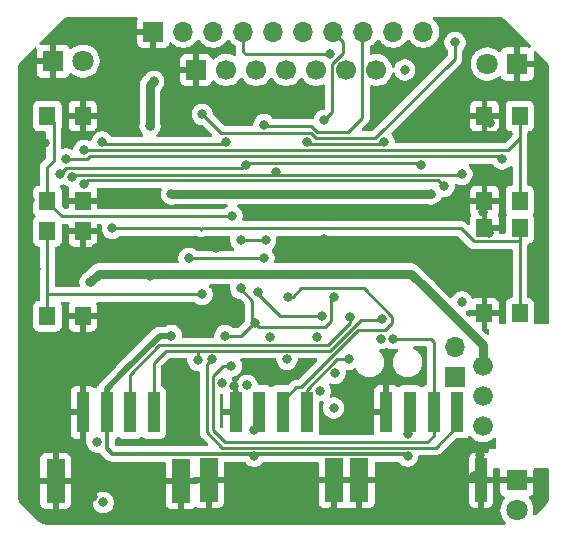
<source format=gbr>
%TF.GenerationSoftware,KiCad,Pcbnew,9.0.1*%
%TF.CreationDate,2025-06-09T14:40:23-04:00*%
%TF.ProjectId,Ceinture_respiration_Main,4365696e-7475-4726-955f-726573706972,1.1*%
%TF.SameCoordinates,Original*%
%TF.FileFunction,Copper,L1,Top*%
%TF.FilePolarity,Positive*%
%FSLAX46Y46*%
G04 Gerber Fmt 4.6, Leading zero omitted, Abs format (unit mm)*
G04 Created by KiCad (PCBNEW 9.0.1) date 2025-06-09 14:40:23*
%MOMM*%
%LPD*%
G01*
G04 APERTURE LIST*
%TA.AperFunction,SMDPad,CuDef*%
%ADD10R,1.092200X3.505200*%
%TD*%
%TA.AperFunction,SMDPad,CuDef*%
%ADD11R,1.600200X3.700000*%
%TD*%
%TA.AperFunction,SMDPad,CuDef*%
%ADD12R,1.400000X1.600000*%
%TD*%
%TA.AperFunction,SMDPad,CuDef*%
%ADD13R,1.000000X3.700000*%
%TD*%
%TA.AperFunction,ComponentPad*%
%ADD14C,1.676400*%
%TD*%
%TA.AperFunction,ComponentPad*%
%ADD15R,1.800000X1.800000*%
%TD*%
%TA.AperFunction,ComponentPad*%
%ADD16C,1.800000*%
%TD*%
%TA.AperFunction,ComponentPad*%
%ADD17R,1.700000X1.700000*%
%TD*%
%TA.AperFunction,ComponentPad*%
%ADD18C,1.700000*%
%TD*%
%TA.AperFunction,ComponentPad*%
%ADD19O,1.700000X1.700000*%
%TD*%
%TA.AperFunction,ViaPad*%
%ADD20C,0.800000*%
%TD*%
%TA.AperFunction,Conductor*%
%ADD21C,0.250000*%
%TD*%
%TA.AperFunction,Conductor*%
%ADD22C,0.500000*%
%TD*%
%TA.AperFunction,Conductor*%
%ADD23C,0.350000*%
%TD*%
%TA.AperFunction,Conductor*%
%ADD24C,0.750000*%
%TD*%
G04 APERTURE END LIST*
D10*
%TO.P,J4,1,Pin_1*%
%TO.N,/MCU/EXT3*%
X24447944Y-33451301D03*
%TO.P,J4,2,Pin_2*%
%TO.N,/MCU/EXT4*%
X22447948Y-33451301D03*
%TO.P,J4,3,Pin_3*%
%TO.N,+5V*%
X20447952Y-33451301D03*
%TO.P,J4,4,Pin_4*%
%TO.N,GND*%
X18447956Y-33451301D03*
D11*
%TO.P,J4,5,Pin_5*%
X26747950Y-39251302D03*
%TO.P,J4,6,Pin_6*%
X16147950Y-39251302D03*
%TD*%
D12*
%TO.P,SW1,1,1*%
%TO.N,/DEVICES/BTN1*%
X2500000Y-15600000D03*
X2500000Y-8400000D03*
%TO.P,SW1,2,2*%
%TO.N,GND*%
X5500000Y-15600000D03*
X5500000Y-8400000D03*
%TD*%
%TO.P,SW4,1,1*%
%TO.N,/DEVICES/BTN4*%
X42500000Y-17900000D03*
X42500000Y-25100000D03*
%TO.P,SW4,2,2*%
%TO.N,GND*%
X39500000Y-17900000D03*
X39500000Y-25100000D03*
%TD*%
%TO.P,SW3,1,1*%
%TO.N,/DEVICES/BTN3*%
X42500000Y-8400000D03*
X42500000Y-15600000D03*
%TO.P,SW3,2,2*%
%TO.N,GND*%
X39500000Y-8400000D03*
X39500000Y-15600000D03*
%TD*%
D10*
%TO.P,J5,1,Pin_1*%
%TO.N,/SCL*%
X37197944Y-33451301D03*
%TO.P,J5,2,Pin_2*%
%TO.N,/SDA*%
X35197948Y-33451301D03*
%TO.P,J5,3,Pin_3*%
%TO.N,+5V*%
X33197952Y-33451301D03*
%TO.P,J5,4,Pin_4*%
%TO.N,GND*%
X31197956Y-33451301D03*
D13*
%TO.P,J5,5,Pin_5*%
X39197950Y-39251302D03*
D11*
%TO.P,J5,6,Pin_6*%
X28897950Y-39251302D03*
%TD*%
D12*
%TO.P,SW2,1,1*%
%TO.N,/DEVICES/BTN2*%
X2500000Y-25350000D03*
X2500000Y-18150000D03*
%TO.P,SW2,2,2*%
%TO.N,GND*%
X5500000Y-25350000D03*
X5500000Y-18150000D03*
%TD*%
D10*
%TO.P,J3,1,Pin_1*%
%TO.N,/MCU/EXT1*%
X11500000Y-33500000D03*
%TO.P,J3,2,Pin_2*%
%TO.N,/MCU/EXT2*%
X9500004Y-33500000D03*
%TO.P,J3,3,Pin_3*%
%TO.N,+5V*%
X7500008Y-33500000D03*
%TO.P,J3,4,Pin_4*%
%TO.N,GND*%
X5500012Y-33500000D03*
D11*
%TO.P,J3,5,Pin_5*%
X13800006Y-39300001D03*
%TO.P,J3,6,Pin_6*%
X3200006Y-39300001D03*
%TD*%
D14*
%TO.P,S1,O*%
%TO.N,/BATTERIE 9V/VBAT*%
X39369750Y-29598000D03*
%TO.P,S1,P*%
%TO.N,/BATTERIE 9V/BAT+_PROT*%
X39369750Y-32138000D03*
%TO.P,S1,S*%
%TO.N,unconnected-(S1-PadS)*%
X39369750Y-34678000D03*
%TD*%
D15*
%TO.P,D5,1,K*%
%TO.N,GND*%
X42250000Y-39225000D03*
D16*
%TO.P,D5,2,A*%
%TO.N,Net-(D5-A)*%
X42250000Y-41765000D03*
%TD*%
D15*
%TO.P,D2,1,K*%
%TO.N,GND*%
X2975000Y-3750000D03*
D16*
%TO.P,D2,2,A*%
%TO.N,Net-(D2-A)*%
X5515000Y-3750000D03*
%TD*%
D15*
%TO.P,D1,1,K*%
%TO.N,GND*%
X42275000Y-4000000D03*
D16*
%TO.P,D1,2,A*%
%TO.N,Net-(D1-A)*%
X39735000Y-4000000D03*
%TD*%
D17*
%TO.P,J8,1,Pin_1*%
%TO.N,GND*%
X15090000Y-4500000D03*
D18*
%TO.P,J8,2,Pin_2*%
%TO.N,+3.3V*%
X17630000Y-4500000D03*
%TO.P,J8,3,Pin_3*%
%TO.N,/DEVICES/SCK*%
X20170000Y-4500000D03*
%TO.P,J8,4,Pin_4*%
%TO.N,/DEVICES/MOSI*%
X22710000Y-4500000D03*
%TO.P,J8,5,Pin_5*%
%TO.N,/DEVICES/OLED_RST*%
X25250000Y-4500000D03*
%TO.P,J8,6,Pin_6*%
%TO.N,/DEVICES/OLED_DC*%
X27790000Y-4500000D03*
%TO.P,J8,7,Pin_7*%
%TO.N,/DEVICES/OLED_CS*%
X30330000Y-4500000D03*
%TD*%
D17*
%TO.P,J2,1,Pin_1*%
%TO.N,GND*%
X11460000Y-1270000D03*
D19*
%TO.P,J2,2,Pin_2*%
%TO.N,Net-(J2-Pin_2)*%
X14000000Y-1270000D03*
%TO.P,J2,3,Pin_3*%
%TO.N,/MCU/EXT1*%
X16540000Y-1270000D03*
%TO.P,J2,4,Pin_4*%
%TO.N,/MCU/EXT2*%
X19080000Y-1270000D03*
%TO.P,J2,5,Pin_5*%
%TO.N,/MCU/EXT3*%
X21620000Y-1270000D03*
%TO.P,J2,6,Pin_6*%
%TO.N,/MCU/EXT4*%
X24160000Y-1270000D03*
%TO.P,J2,7,Pin_7*%
%TO.N,/SDA*%
X26700000Y-1270000D03*
%TO.P,J2,8,Pin_8*%
%TO.N,/SCL*%
X29240000Y-1270000D03*
%TO.P,J2,9,Pin_9*%
%TO.N,Net-(J2-Pin_9)*%
X31780000Y-1270000D03*
%TO.P,J2,10,Pin_10*%
%TO.N,Net-(J2-Pin_10)*%
X34320000Y-1270000D03*
%TD*%
D17*
%TO.P,J11,1,Pin_1*%
%TO.N,/BATTERIE 9V/BAT+*%
X37000000Y-30500000D03*
D19*
%TO.P,J11,2,Pin_2*%
%TO.N,GND*%
X37000000Y-27960000D03*
%TD*%
D20*
%TO.N,/DEVICES/LED2*%
X7116299Y-10585500D03*
X17623301Y-10585500D03*
%TO.N,/MCU/EXT4*%
X22860000Y-23750000D03*
%TO.N,GND*%
X9906000Y-19812000D03*
X31496000Y-16510000D03*
X21336000Y-40386000D03*
X12954000Y-29972000D03*
X39370000Y-16510000D03*
X44196000Y-21844000D03*
X43942000Y-20066000D03*
X9144000Y-508000D03*
X9144000Y-15240000D03*
X26924000Y-19812000D03*
X40000000Y-9000000D03*
X7366000Y-1016000D03*
X13000000Y-9000000D03*
X29718000Y-30988000D03*
X23368000Y-41402000D03*
X44450000Y-9652000D03*
X8128000Y-20320000D03*
X31050000Y-38354000D03*
X25908000Y-18796000D03*
X23114000Y-39370000D03*
X32512000Y-42164000D03*
X762000Y-38354000D03*
X37338000Y-19812000D03*
X34798000Y-21082000D03*
X24638000Y-38862000D03*
X39116000Y-37084000D03*
X16256000Y-41910000D03*
X34250000Y-4000000D03*
X16764000Y-19558000D03*
X41402000Y-22606000D03*
X31242000Y-30734000D03*
X31050000Y-39900000D03*
X29972000Y-41910000D03*
X2540000Y-6604000D03*
X11684000Y-42418000D03*
X32004000Y-19050000D03*
X36068000Y-22352000D03*
X8636000Y-27940000D03*
X508000Y-24384000D03*
X6350000Y-27432000D03*
X18288000Y-42164000D03*
X1524000Y-21336000D03*
X762000Y-9398000D03*
X1016000Y-35306000D03*
X38608000Y-38862000D03*
X9398000Y-39116000D03*
X29210000Y-19304000D03*
X4826000Y-762000D03*
X44450000Y-6858000D03*
X44450000Y-24638000D03*
X38100000Y-508000D03*
X44450000Y-15494000D03*
X21590000Y-38354000D03*
X9906000Y-38100000D03*
X44196000Y-4826000D03*
X28194000Y-30480000D03*
X28702000Y-38862000D03*
X13716000Y-42418000D03*
X18796000Y-40894000D03*
X44450000Y-12192000D03*
X26416000Y-41910000D03*
X39878000Y-18288000D03*
X762000Y-5080000D03*
X762000Y-7112000D03*
X762000Y-32512000D03*
X30226000Y-16256000D03*
X24892000Y-42418000D03*
X6858000Y-29718000D03*
X26162000Y-16764000D03*
X27050000Y-34950000D03*
X762000Y-18542000D03*
X508000Y-12700000D03*
X44450000Y-17272000D03*
X29972000Y-20320000D03*
X6350000Y-40640000D03*
X18300000Y-31250000D03*
X2286000Y-10668000D03*
X27178000Y-42418000D03*
X5334000Y-30480000D03*
X5588000Y-20828000D03*
X44196000Y-18542000D03*
X6604000Y-19558000D03*
X1016000Y-15494000D03*
X6604000Y-28702000D03*
X10668000Y-40132000D03*
X20000000Y-29500000D03*
X40132000Y-13716000D03*
X39116000Y-21590000D03*
X762000Y-11176000D03*
X36000000Y-41500000D03*
X40894000Y-20574000D03*
X19812000Y-39116000D03*
X36576000Y-16510000D03*
X21082000Y-41910000D03*
X39624000Y-1016000D03*
X762000Y-29210000D03*
%TO.N,/DEVICES/LED1*%
X15600000Y-8262000D03*
X37000000Y-2175000D03*
%TO.N,/MCU/EXT3*%
X28000000Y-29000000D03*
X20320000Y-23300500D03*
X25760000Y-25350000D03*
%TO.N,/DEVICES/SD_DETECT*%
X14475000Y-20454000D03*
X20828000Y-20454000D03*
%TO.N,/DEVICES/BUZZER*%
X24485600Y-10585500D03*
X30988000Y-10585500D03*
%TO.N,/DEVICES/MISO*%
X41000000Y-12034500D03*
X4064000Y-12034500D03*
%TO.N,/DEVICES/SCK*%
X3556000Y-13342000D03*
X19304000Y-12542500D03*
X34104500Y-12542500D03*
%TO.N,+3.3V*%
X26725000Y-33125000D03*
X37592000Y-24130000D03*
X32750000Y-4500000D03*
X7224356Y-41124259D03*
X19400000Y-31200000D03*
X21300000Y-27102200D03*
X30750000Y-27250000D03*
X6700500Y-36000000D03*
X17300000Y-31000000D03*
%TO.N,/DEVICES/BTN4*%
X7980000Y-17914000D03*
%TO.N,/DEVICES/SD_CS*%
X5588000Y-14200498D03*
X36068000Y-14358000D03*
%TO.N,/SDA*%
X25908000Y-8770000D03*
X18075109Y-29576416D03*
X31750000Y-27250000D03*
%TO.N,/SCL*%
X20986500Y-18930000D03*
X20079300Y-25949191D03*
X20828000Y-9136000D03*
X17541052Y-26997488D03*
X18864500Y-22994000D03*
X16408400Y-29001700D03*
X26750000Y-23750000D03*
X18864500Y-18930000D03*
%TO.N,/MCU/EXT1*%
X15240000Y-29090000D03*
X30835600Y-25584800D03*
%TO.N,/MCU/EXT2*%
X28092400Y-25381600D03*
X26416000Y-3182000D03*
%TO.N,+5V*%
X33000000Y-37195901D03*
X13000000Y-27000000D03*
X33000000Y-35296901D03*
X20000000Y-37195901D03*
X35000000Y-15000000D03*
X13000000Y-15000000D03*
X20000000Y-35000000D03*
%TO.N,/DEVICES/BTN3*%
X5588000Y-11310000D03*
%TO.N,Net-(D3-A)*%
X25593426Y-31671488D03*
X25350000Y-27102200D03*
%TO.N,/DEVICES/BTN1*%
X18140000Y-16898000D03*
%TO.N,/DEVICES/BTN2*%
X15600000Y-23502000D03*
%TO.N,Net-(Q1-B)*%
X22777504Y-29002199D03*
X26844653Y-30194653D03*
%TO.N,/DEVICES/MOSI*%
X21844000Y-13125500D03*
X37592000Y-13342000D03*
X4572000Y-13558500D03*
%TO.N,/BATTERIE 9V/VBAT*%
X11176000Y-21919000D03*
X11500000Y-5475000D03*
X34525000Y-22975000D03*
X11176000Y-9278000D03*
X6096000Y-22486000D03*
%TD*%
D21*
%TO.N,/DEVICES/LED2*%
X17623301Y-10585500D02*
X17406801Y-10802000D01*
X7332799Y-10802000D02*
X7116299Y-10585500D01*
X17406801Y-10802000D02*
X7332799Y-10802000D01*
%TO.N,/MCU/EXT4*%
X31699200Y-25423095D02*
X31699200Y-25889600D01*
X22860000Y-23750000D02*
X23250000Y-23750000D01*
X24006000Y-22994000D02*
X29270105Y-22994000D01*
X22447948Y-33451301D02*
X22447948Y-32502597D01*
X22447948Y-32502597D02*
X23576844Y-31373701D01*
X31096950Y-26491850D02*
X31699200Y-25889600D01*
X23576844Y-31373701D02*
X23944149Y-31373701D01*
X23944149Y-31373701D02*
X28826000Y-26491850D01*
X29270105Y-22994000D02*
X31699200Y-25423095D01*
X28826000Y-26491850D02*
X31096950Y-26491850D01*
X23250000Y-23750000D02*
X24006000Y-22994000D01*
D22*
%TO.N,GND*%
X39524252Y-39225000D02*
X39497950Y-39251302D01*
D21*
X18300000Y-31250000D02*
X18447956Y-31397956D01*
D22*
X42250000Y-39225000D02*
X39524252Y-39225000D01*
D21*
X18447956Y-31397956D02*
X18447956Y-33451301D01*
X39500000Y-8500000D02*
X40000000Y-9000000D01*
X39500000Y-8400000D02*
X39500000Y-8500000D01*
%TO.N,/DEVICES/LED1*%
X25219405Y-10294000D02*
X24785905Y-9860500D01*
X30254195Y-10294000D02*
X25219405Y-10294000D01*
X24785905Y-9860500D02*
X17198500Y-9860500D01*
X37000000Y-2175000D02*
X37000000Y-3548195D01*
X37000000Y-3548195D02*
X30254195Y-10294000D01*
X17198500Y-9860500D02*
X15600000Y-8262000D01*
%TO.N,/MCU/EXT3*%
X20320000Y-23300500D02*
X20320000Y-23502000D01*
X22168000Y-25350000D02*
X25760000Y-25350000D01*
X28000000Y-29000000D02*
X27014000Y-29000000D01*
X20320000Y-23502000D02*
X22168000Y-25350000D01*
X24447944Y-31566056D02*
X24447944Y-33451301D01*
X27014000Y-29000000D02*
X24447944Y-31566056D01*
%TO.N,/DEVICES/SD_DETECT*%
X20828000Y-20454000D02*
X14475000Y-20454000D01*
%TO.N,/DEVICES/BUZZER*%
X30771500Y-10802000D02*
X30988000Y-10585500D01*
X24485600Y-10585500D02*
X24702100Y-10802000D01*
X24702100Y-10802000D02*
X30771500Y-10802000D01*
%TO.N,/DEVICES/MISO*%
X40783500Y-11818000D02*
X41000000Y-12034500D01*
X4064000Y-12034500D02*
X5888805Y-12034500D01*
X5888805Y-12034500D02*
X6105305Y-11818000D01*
X6105305Y-11818000D02*
X40783500Y-11818000D01*
%TO.N,/DEVICES/SCK*%
X4064000Y-12834000D02*
X3556000Y-13342000D01*
X19012500Y-12834000D02*
X4064000Y-12834000D01*
X19304000Y-12542500D02*
X19012500Y-12834000D01*
X19446000Y-12400500D02*
X19304000Y-12542500D01*
X34104500Y-12542500D02*
X33962500Y-12400500D01*
X33962500Y-12400500D02*
X19446000Y-12400500D01*
%TO.N,/DEVICES/BTN4*%
X38608000Y-19025000D02*
X42405000Y-19025000D01*
X15494000Y-18034000D02*
X15614000Y-17914000D01*
X42500000Y-18930000D02*
X42500000Y-25100000D01*
X7980000Y-17914000D02*
X15374000Y-17914000D01*
X42405000Y-19025000D02*
X42500000Y-18930000D01*
X37497000Y-17914000D02*
X38608000Y-19025000D01*
X15374000Y-17914000D02*
X15494000Y-18034000D01*
X42500000Y-17900000D02*
X42500000Y-18930000D01*
X15614000Y-17914000D02*
X37497000Y-17914000D01*
%TO.N,/DEVICES/OLED_DC*%
X27580000Y-4000000D02*
X27580000Y-4170000D01*
%TO.N,/DEVICES/SD_CS*%
X5938498Y-13850000D02*
X5588000Y-14200498D01*
X35560000Y-13850000D02*
X5938498Y-13850000D01*
X36068000Y-14358000D02*
X35560000Y-13850000D01*
%TO.N,/SDA*%
X27550000Y-3073305D02*
X27550000Y-2120000D01*
X16500000Y-30420800D02*
X17344384Y-29576416D01*
X35000000Y-27250000D02*
X35250000Y-27500000D01*
X35197948Y-33451301D02*
X35197948Y-35490800D01*
X26615000Y-4008305D02*
X27550000Y-3073305D01*
X25908000Y-8770000D02*
X26615000Y-8063000D01*
X16500000Y-35023600D02*
X16500000Y-30420800D01*
X26615000Y-8063000D02*
X26615000Y-4008305D01*
X17344384Y-29576416D02*
X18075109Y-29576416D01*
X35197948Y-35490800D02*
X34667347Y-36021401D01*
X35250000Y-27500000D02*
X35250000Y-33399249D01*
X35250000Y-33399249D02*
X35197948Y-33451301D01*
X34667347Y-36021401D02*
X17497801Y-36021401D01*
X17497801Y-36021401D02*
X16500000Y-35023600D01*
X27550000Y-2120000D02*
X26700000Y-1270000D01*
X31750000Y-27250000D02*
X35000000Y-27250000D01*
%TO.N,/SCL*%
X19837400Y-26067400D02*
X19955609Y-25949191D01*
X17311405Y-36471401D02*
X16000000Y-35159996D01*
X18796000Y-22994000D02*
X18864500Y-22994000D01*
X35384344Y-36471401D02*
X17311405Y-36471401D01*
X26500000Y-25750000D02*
X26000000Y-26250000D01*
X29155000Y-8571000D02*
X27940000Y-9786000D01*
X19837400Y-24035400D02*
X18796000Y-22994000D01*
X19837400Y-26067400D02*
X19837400Y-24035400D01*
X37197944Y-33451301D02*
X37197944Y-34657801D01*
X18864500Y-18930000D02*
X20986500Y-18930000D01*
X26000000Y-26250000D02*
X20380109Y-26250000D01*
X19955609Y-25949191D02*
X20079300Y-25949191D01*
X29155000Y-1355000D02*
X29155000Y-8571000D01*
X29240000Y-1270000D02*
X29155000Y-1355000D01*
X37197944Y-34657801D02*
X35384344Y-36471401D01*
X20970000Y-9278000D02*
X20828000Y-9136000D01*
X17541052Y-26997488D02*
X18907312Y-26997488D01*
X18907312Y-26997488D02*
X19837400Y-26067400D01*
X25347801Y-9786000D02*
X24839801Y-9278000D01*
X16000000Y-35159996D02*
X16000000Y-29410100D01*
X26500000Y-24000000D02*
X26500000Y-25750000D01*
X24839801Y-9278000D02*
X21336000Y-9278000D01*
X21336000Y-9278000D02*
X20970000Y-9278000D01*
X16000000Y-29410100D02*
X16408400Y-29001700D01*
X26750000Y-23750000D02*
X26500000Y-24000000D01*
X20380109Y-26250000D02*
X20079300Y-25949191D01*
X27940000Y-9786000D02*
X25347801Y-9786000D01*
%TO.N,/MCU/EXT1*%
X12496800Y-28277200D02*
X11500000Y-29274000D01*
X30784800Y-25635600D02*
X29045854Y-25635600D01*
X26404254Y-28277200D02*
X15240000Y-28277200D01*
X15240000Y-29090000D02*
X15240000Y-28277200D01*
X11500000Y-29274000D02*
X11500000Y-33500000D01*
X15240000Y-28277200D02*
X12496800Y-28277200D01*
X30835600Y-25584800D02*
X30784800Y-25635600D01*
X29045854Y-25635600D02*
X26404254Y-28277200D01*
%TO.N,/MCU/EXT2*%
X19080000Y-2958000D02*
X19304000Y-3182000D01*
X28092400Y-25952658D02*
X28092400Y-25381600D01*
X9500004Y-30308796D02*
X11981600Y-27827200D01*
X9500004Y-33500000D02*
X9500004Y-30308796D01*
X19304000Y-3182000D02*
X26416000Y-3182000D01*
X26217858Y-27827200D02*
X28092400Y-25952658D01*
X11981600Y-27827200D02*
X26217858Y-27827200D01*
X19080000Y-1270000D02*
X19080000Y-2958000D01*
D23*
%TO.N,+5V*%
X8000000Y-37000000D02*
X33000000Y-37000000D01*
D21*
X33000000Y-35296901D02*
X33197952Y-35098949D01*
D22*
X7500008Y-31499992D02*
X7500008Y-33500000D01*
D21*
X20000000Y-35000000D02*
X20447952Y-34552048D01*
D23*
X7500008Y-33500000D02*
X7500008Y-36500008D01*
X33000000Y-37000000D02*
X33000000Y-37195901D01*
D22*
X11995628Y-27000000D02*
X8925004Y-30070624D01*
X8925004Y-30070624D02*
X8925004Y-30074996D01*
D21*
X33197952Y-35098949D02*
X33197952Y-33451301D01*
X20447952Y-34552048D02*
X20447952Y-33451301D01*
D24*
X13000000Y-15000000D02*
X35000000Y-15000000D01*
D22*
X13000000Y-27000000D02*
X11995628Y-27000000D01*
D23*
X7500008Y-36500008D02*
X8000000Y-37000000D01*
D22*
X8925004Y-30074996D02*
X7500008Y-31499992D01*
D21*
%TO.N,/DEVICES/BTN3*%
X41484000Y-11310000D02*
X42500000Y-10294000D01*
X42500000Y-15600000D02*
X42500000Y-10294000D01*
X5588000Y-11310000D02*
X41484000Y-11310000D01*
X42500000Y-10294000D02*
X42500000Y-8400000D01*
%TO.N,/DEVICES/BTN1*%
X3698000Y-16898000D02*
X2500000Y-15700000D01*
X18140000Y-16898000D02*
X3698000Y-16898000D01*
X3011000Y-12189000D02*
X3011000Y-8911000D01*
X3011000Y-8911000D02*
X2500000Y-8400000D01*
X2500000Y-12700000D02*
X3011000Y-12189000D01*
X2500000Y-15600000D02*
X2500000Y-12700000D01*
X2500000Y-15700000D02*
X2500000Y-15600000D01*
%TO.N,/DEVICES/BTN2*%
X2500000Y-18150000D02*
X2500000Y-20962000D01*
X2500000Y-23502000D02*
X15600000Y-23502000D01*
X2500000Y-20962000D02*
X2500000Y-25350000D01*
%TO.N,Net-(Q1-B)*%
X22777504Y-29002199D02*
X22679703Y-29100000D01*
%TO.N,/DEVICES/MOSI*%
X4572000Y-13558500D02*
X4730500Y-13400000D01*
X37534000Y-13400000D02*
X37592000Y-13342000D01*
X21569500Y-13400000D02*
X21844000Y-13125500D01*
X21394000Y-13400000D02*
X37534000Y-13400000D01*
X4730500Y-13400000D02*
X21569500Y-13400000D01*
D24*
%TO.N,/BATTERIE 9V/VBAT*%
X39369750Y-27819750D02*
X34525000Y-22975000D01*
X11176000Y-5799000D02*
X11500000Y-5475000D01*
X33300000Y-21750000D02*
X6832000Y-21750000D01*
X34525000Y-22975000D02*
X33300000Y-21750000D01*
D21*
X39290000Y-29460000D02*
X39250000Y-29500000D01*
D24*
X39369750Y-29598000D02*
X39369750Y-27819750D01*
X6832000Y-21750000D02*
X6096000Y-22486000D01*
X11176000Y-9278000D02*
X11176000Y-5799000D01*
%TD*%
%TA.AperFunction,Conductor*%
%TO.N,GND*%
G36*
X10121568Y-20185D02*
G01*
X10167323Y-72989D01*
X10177267Y-142147D01*
X10168310Y-169065D01*
X10169746Y-169601D01*
X10116403Y-312620D01*
X10116401Y-312627D01*
X10110000Y-372155D01*
X10110000Y-1020000D01*
X11026988Y-1020000D01*
X10994075Y-1077007D01*
X10960000Y-1204174D01*
X10960000Y-1335826D01*
X10994075Y-1462993D01*
X11026988Y-1520000D01*
X10110000Y-1520000D01*
X10110000Y-2167844D01*
X10116401Y-2227372D01*
X10116403Y-2227379D01*
X10166645Y-2362086D01*
X10166649Y-2362093D01*
X10252809Y-2477187D01*
X10252812Y-2477190D01*
X10367906Y-2563350D01*
X10367913Y-2563354D01*
X10502620Y-2613596D01*
X10502627Y-2613598D01*
X10562155Y-2619999D01*
X10562172Y-2620000D01*
X11210000Y-2620000D01*
X11210000Y-1703012D01*
X11267007Y-1735925D01*
X11394174Y-1770000D01*
X11525826Y-1770000D01*
X11652993Y-1735925D01*
X11710000Y-1703012D01*
X11710000Y-2620000D01*
X12357828Y-2620000D01*
X12357844Y-2619999D01*
X12417372Y-2613598D01*
X12417379Y-2613596D01*
X12552086Y-2563354D01*
X12552093Y-2563350D01*
X12667187Y-2477190D01*
X12667190Y-2477187D01*
X12753350Y-2362093D01*
X12753354Y-2362086D01*
X12802422Y-2230529D01*
X12844293Y-2174595D01*
X12909757Y-2150178D01*
X12978030Y-2165030D01*
X13006285Y-2186181D01*
X13120213Y-2300109D01*
X13292179Y-2425048D01*
X13292181Y-2425049D01*
X13292184Y-2425051D01*
X13481588Y-2521557D01*
X13683757Y-2587246D01*
X13893713Y-2620500D01*
X13893714Y-2620500D01*
X14106286Y-2620500D01*
X14106287Y-2620500D01*
X14316243Y-2587246D01*
X14518412Y-2521557D01*
X14707816Y-2425051D01*
X14764339Y-2383985D01*
X14879786Y-2300109D01*
X14879788Y-2300106D01*
X14879792Y-2300104D01*
X15030104Y-2149792D01*
X15030106Y-2149788D01*
X15030109Y-2149786D01*
X15155048Y-1977820D01*
X15155047Y-1977820D01*
X15155051Y-1977816D01*
X15159514Y-1969054D01*
X15207488Y-1918259D01*
X15275308Y-1901463D01*
X15341444Y-1923999D01*
X15380486Y-1969056D01*
X15384951Y-1977820D01*
X15509890Y-2149786D01*
X15660213Y-2300109D01*
X15832179Y-2425048D01*
X15832181Y-2425049D01*
X15832184Y-2425051D01*
X16021588Y-2521557D01*
X16223757Y-2587246D01*
X16433713Y-2620500D01*
X16433714Y-2620500D01*
X16646286Y-2620500D01*
X16646287Y-2620500D01*
X16856243Y-2587246D01*
X17058412Y-2521557D01*
X17247816Y-2425051D01*
X17304339Y-2383985D01*
X17419786Y-2300109D01*
X17419788Y-2300106D01*
X17419792Y-2300104D01*
X17570104Y-2149792D01*
X17570106Y-2149788D01*
X17570109Y-2149786D01*
X17695048Y-1977820D01*
X17695047Y-1977820D01*
X17695051Y-1977816D01*
X17699514Y-1969054D01*
X17747488Y-1918259D01*
X17815308Y-1901463D01*
X17881444Y-1923999D01*
X17920486Y-1969056D01*
X17924951Y-1977820D01*
X18049890Y-2149786D01*
X18200213Y-2300109D01*
X18372181Y-2425050D01*
X18386792Y-2432494D01*
X18437589Y-2480467D01*
X18454500Y-2542980D01*
X18454500Y-3019610D01*
X18478535Y-3140444D01*
X18478537Y-3140452D01*
X18492347Y-3173792D01*
X18492348Y-3173794D01*
X18494921Y-3180006D01*
X18502389Y-3249475D01*
X18471113Y-3311954D01*
X18411023Y-3347606D01*
X18341198Y-3345111D01*
X18324064Y-3337942D01*
X18148414Y-3248444D01*
X18148413Y-3248443D01*
X18148412Y-3248443D01*
X17946243Y-3182754D01*
X17946241Y-3182753D01*
X17946240Y-3182753D01*
X17784957Y-3157208D01*
X17736287Y-3149500D01*
X17523713Y-3149500D01*
X17475042Y-3157208D01*
X17313760Y-3182753D01*
X17111585Y-3248444D01*
X16922179Y-3344951D01*
X16750215Y-3469889D01*
X16636285Y-3583819D01*
X16574962Y-3617303D01*
X16505270Y-3612319D01*
X16449337Y-3570447D01*
X16432422Y-3539470D01*
X16383354Y-3407913D01*
X16383350Y-3407906D01*
X16297190Y-3292812D01*
X16297187Y-3292809D01*
X16182093Y-3206649D01*
X16182086Y-3206645D01*
X16047379Y-3156403D01*
X16047372Y-3156401D01*
X15987844Y-3150000D01*
X15340000Y-3150000D01*
X15340000Y-4066988D01*
X15282993Y-4034075D01*
X15155826Y-4000000D01*
X15024174Y-4000000D01*
X14897007Y-4034075D01*
X14840000Y-4066988D01*
X14840000Y-3150000D01*
X14192155Y-3150000D01*
X14132627Y-3156401D01*
X14132620Y-3156403D01*
X13997913Y-3206645D01*
X13997906Y-3206649D01*
X13882812Y-3292809D01*
X13882809Y-3292812D01*
X13796649Y-3407906D01*
X13796645Y-3407913D01*
X13746403Y-3542620D01*
X13746401Y-3542627D01*
X13740000Y-3602155D01*
X13740000Y-4250000D01*
X14656988Y-4250000D01*
X14624075Y-4307007D01*
X14590000Y-4434174D01*
X14590000Y-4565826D01*
X14624075Y-4692993D01*
X14656988Y-4750000D01*
X13740000Y-4750000D01*
X13740000Y-5397844D01*
X13746401Y-5457372D01*
X13746403Y-5457379D01*
X13796645Y-5592086D01*
X13796649Y-5592093D01*
X13882809Y-5707187D01*
X13882812Y-5707190D01*
X13997906Y-5793350D01*
X13997913Y-5793354D01*
X14132620Y-5843596D01*
X14132627Y-5843598D01*
X14192155Y-5849999D01*
X14192172Y-5850000D01*
X14840000Y-5850000D01*
X14840000Y-4933012D01*
X14897007Y-4965925D01*
X15024174Y-5000000D01*
X15155826Y-5000000D01*
X15282993Y-4965925D01*
X15340000Y-4933012D01*
X15340000Y-5850000D01*
X15987828Y-5850000D01*
X15987844Y-5849999D01*
X16047372Y-5843598D01*
X16047379Y-5843596D01*
X16182086Y-5793354D01*
X16182093Y-5793350D01*
X16297187Y-5707190D01*
X16297190Y-5707187D01*
X16383350Y-5592093D01*
X16383354Y-5592086D01*
X16432422Y-5460529D01*
X16474293Y-5404595D01*
X16539757Y-5380178D01*
X16608030Y-5395030D01*
X16636285Y-5416181D01*
X16750213Y-5530109D01*
X16922179Y-5655048D01*
X16922181Y-5655049D01*
X16922184Y-5655051D01*
X17111588Y-5751557D01*
X17313757Y-5817246D01*
X17523713Y-5850500D01*
X17523714Y-5850500D01*
X17736286Y-5850500D01*
X17736287Y-5850500D01*
X17946243Y-5817246D01*
X18148412Y-5751557D01*
X18337816Y-5655051D01*
X18424471Y-5592093D01*
X18509786Y-5530109D01*
X18509788Y-5530106D01*
X18509792Y-5530104D01*
X18660104Y-5379792D01*
X18660106Y-5379788D01*
X18660109Y-5379786D01*
X18781763Y-5212341D01*
X18785051Y-5207816D01*
X18789514Y-5199054D01*
X18837488Y-5148259D01*
X18905308Y-5131463D01*
X18971444Y-5153999D01*
X19010484Y-5199054D01*
X19014591Y-5207115D01*
X19014951Y-5207820D01*
X19139890Y-5379786D01*
X19290213Y-5530109D01*
X19462179Y-5655048D01*
X19462181Y-5655049D01*
X19462184Y-5655051D01*
X19651588Y-5751557D01*
X19853757Y-5817246D01*
X20063713Y-5850500D01*
X20063714Y-5850500D01*
X20276286Y-5850500D01*
X20276287Y-5850500D01*
X20486243Y-5817246D01*
X20688412Y-5751557D01*
X20877816Y-5655051D01*
X20964471Y-5592093D01*
X21049786Y-5530109D01*
X21049788Y-5530106D01*
X21049792Y-5530104D01*
X21200104Y-5379792D01*
X21200106Y-5379788D01*
X21200109Y-5379786D01*
X21321763Y-5212341D01*
X21325051Y-5207816D01*
X21329514Y-5199054D01*
X21377488Y-5148259D01*
X21445308Y-5131463D01*
X21511444Y-5153999D01*
X21550484Y-5199054D01*
X21554591Y-5207115D01*
X21554951Y-5207820D01*
X21679890Y-5379786D01*
X21830213Y-5530109D01*
X22002179Y-5655048D01*
X22002181Y-5655049D01*
X22002184Y-5655051D01*
X22191588Y-5751557D01*
X22393757Y-5817246D01*
X22603713Y-5850500D01*
X22603714Y-5850500D01*
X22816286Y-5850500D01*
X22816287Y-5850500D01*
X23026243Y-5817246D01*
X23228412Y-5751557D01*
X23417816Y-5655051D01*
X23504471Y-5592093D01*
X23589786Y-5530109D01*
X23589788Y-5530106D01*
X23589792Y-5530104D01*
X23740104Y-5379792D01*
X23740106Y-5379788D01*
X23740109Y-5379786D01*
X23861763Y-5212341D01*
X23865051Y-5207816D01*
X23869514Y-5199054D01*
X23917488Y-5148259D01*
X23985308Y-5131463D01*
X24051444Y-5153999D01*
X24090484Y-5199054D01*
X24094591Y-5207115D01*
X24094951Y-5207820D01*
X24219890Y-5379786D01*
X24370213Y-5530109D01*
X24542179Y-5655048D01*
X24542181Y-5655049D01*
X24542184Y-5655051D01*
X24731588Y-5751557D01*
X24933757Y-5817246D01*
X25143713Y-5850500D01*
X25143714Y-5850500D01*
X25356286Y-5850500D01*
X25356287Y-5850500D01*
X25566243Y-5817246D01*
X25768412Y-5751557D01*
X25809205Y-5730772D01*
X25877874Y-5717876D01*
X25942615Y-5744152D01*
X25982872Y-5801259D01*
X25989500Y-5841257D01*
X25989500Y-7745500D01*
X25969815Y-7812539D01*
X25917011Y-7858294D01*
X25865500Y-7869500D01*
X25819306Y-7869500D01*
X25645341Y-7904103D01*
X25645332Y-7904106D01*
X25481459Y-7971983D01*
X25481446Y-7971990D01*
X25333965Y-8070535D01*
X25333961Y-8070538D01*
X25208538Y-8195961D01*
X25208535Y-8195965D01*
X25109990Y-8343446D01*
X25109983Y-8343459D01*
X25042107Y-8507329D01*
X25042104Y-8507339D01*
X25033007Y-8553075D01*
X25000622Y-8614986D01*
X24939906Y-8649560D01*
X24907500Y-8651732D01*
X24907500Y-8652500D01*
X21654237Y-8652500D01*
X21587198Y-8632815D01*
X21551135Y-8597390D01*
X21527467Y-8561969D01*
X21527461Y-8561961D01*
X21402038Y-8436538D01*
X21402034Y-8436535D01*
X21254553Y-8337990D01*
X21254540Y-8337983D01*
X21090667Y-8270106D01*
X21090658Y-8270103D01*
X20916694Y-8235500D01*
X20916691Y-8235500D01*
X20739309Y-8235500D01*
X20739306Y-8235500D01*
X20565341Y-8270103D01*
X20565332Y-8270106D01*
X20401459Y-8337983D01*
X20401446Y-8337990D01*
X20253965Y-8436535D01*
X20253961Y-8436538D01*
X20128538Y-8561961D01*
X20128535Y-8561965D01*
X20029990Y-8709446D01*
X20029983Y-8709459D01*
X19962106Y-8873332D01*
X19962103Y-8873341D01*
X19927500Y-9047304D01*
X19927500Y-9111000D01*
X19907815Y-9178039D01*
X19855011Y-9223794D01*
X19803500Y-9235000D01*
X17508953Y-9235000D01*
X17441914Y-9215315D01*
X17421272Y-9198681D01*
X16536819Y-8314228D01*
X16503334Y-8252905D01*
X16500500Y-8226547D01*
X16500500Y-8173306D01*
X16500499Y-8173304D01*
X16465896Y-7999341D01*
X16465893Y-7999332D01*
X16398016Y-7835459D01*
X16398009Y-7835446D01*
X16299464Y-7687965D01*
X16299461Y-7687961D01*
X16174038Y-7562538D01*
X16174034Y-7562535D01*
X16026553Y-7463990D01*
X16026540Y-7463983D01*
X15862667Y-7396106D01*
X15862658Y-7396103D01*
X15688694Y-7361500D01*
X15688691Y-7361500D01*
X15511309Y-7361500D01*
X15511306Y-7361500D01*
X15337341Y-7396103D01*
X15337332Y-7396106D01*
X15173459Y-7463983D01*
X15173446Y-7463990D01*
X15025965Y-7562535D01*
X15025961Y-7562538D01*
X14900538Y-7687961D01*
X14900535Y-7687965D01*
X14801990Y-7835446D01*
X14801983Y-7835459D01*
X14734106Y-7999332D01*
X14734103Y-7999341D01*
X14699500Y-8173304D01*
X14699500Y-8350695D01*
X14734103Y-8524658D01*
X14734106Y-8524667D01*
X14801983Y-8688540D01*
X14801990Y-8688553D01*
X14900535Y-8836034D01*
X14900538Y-8836038D01*
X15025961Y-8961461D01*
X15025965Y-8961464D01*
X15173446Y-9060009D01*
X15173459Y-9060016D01*
X15273704Y-9101538D01*
X15337334Y-9127894D01*
X15337336Y-9127894D01*
X15337341Y-9127896D01*
X15511304Y-9162499D01*
X15511307Y-9162500D01*
X15511309Y-9162500D01*
X15564548Y-9162500D01*
X15631587Y-9182185D01*
X15652229Y-9198819D01*
X16418228Y-9964819D01*
X16451713Y-10026142D01*
X16446729Y-10095834D01*
X16404857Y-10151767D01*
X16339393Y-10176184D01*
X16330547Y-10176500D01*
X11850362Y-10176500D01*
X11783323Y-10156815D01*
X11737568Y-10104011D01*
X11727624Y-10034853D01*
X11756649Y-9971297D01*
X11762681Y-9964819D01*
X11875461Y-9852038D01*
X11875464Y-9852035D01*
X11974013Y-9704547D01*
X11974632Y-9703054D01*
X11999176Y-9643797D01*
X12041894Y-9540666D01*
X12061733Y-9440932D01*
X12076499Y-9366695D01*
X12076500Y-9366693D01*
X12076500Y-9189306D01*
X12053883Y-9075606D01*
X12051500Y-9051414D01*
X12051500Y-6248361D01*
X12071185Y-6181322D01*
X12087814Y-6160684D01*
X12199464Y-6049035D01*
X12298013Y-5901547D01*
X12365894Y-5737666D01*
X12367266Y-5730772D01*
X12400499Y-5563695D01*
X12400500Y-5563693D01*
X12400500Y-5386306D01*
X12400499Y-5386304D01*
X12365896Y-5212341D01*
X12365893Y-5212332D01*
X12364022Y-5207816D01*
X12336797Y-5142086D01*
X12298016Y-5048459D01*
X12298009Y-5048446D01*
X12199464Y-4900965D01*
X12199461Y-4900961D01*
X12074038Y-4775538D01*
X12074034Y-4775535D01*
X11926553Y-4676990D01*
X11926540Y-4676983D01*
X11762667Y-4609106D01*
X11762658Y-4609103D01*
X11588694Y-4574500D01*
X11588691Y-4574500D01*
X11411309Y-4574500D01*
X11411306Y-4574500D01*
X11237341Y-4609103D01*
X11237332Y-4609106D01*
X11073459Y-4676983D01*
X11073446Y-4676990D01*
X10925965Y-4775535D01*
X10925961Y-4775538D01*
X10800542Y-4900958D01*
X10800539Y-4900961D01*
X10736124Y-4997361D01*
X10720705Y-5016148D01*
X10617901Y-5118954D01*
X10617900Y-5118955D01*
X10495957Y-5240897D01*
X10495954Y-5240901D01*
X10400145Y-5384288D01*
X10400138Y-5384301D01*
X10334146Y-5543621D01*
X10334143Y-5543633D01*
X10300500Y-5712766D01*
X10300500Y-9051414D01*
X10298117Y-9075606D01*
X10275500Y-9189306D01*
X10275500Y-9366695D01*
X10310103Y-9540658D01*
X10310106Y-9540667D01*
X10377983Y-9704540D01*
X10377990Y-9704553D01*
X10476535Y-9852034D01*
X10476538Y-9852038D01*
X10589319Y-9964819D01*
X10622804Y-10026142D01*
X10617820Y-10095834D01*
X10575948Y-10151767D01*
X10510484Y-10176184D01*
X10501638Y-10176500D01*
X7992316Y-10176500D01*
X7925277Y-10156815D01*
X7889214Y-10121391D01*
X7815763Y-10011465D01*
X7815760Y-10011461D01*
X7690337Y-9886038D01*
X7690333Y-9886035D01*
X7542852Y-9787490D01*
X7542839Y-9787483D01*
X7378966Y-9719606D01*
X7378957Y-9719603D01*
X7204993Y-9685000D01*
X7204990Y-9685000D01*
X7027608Y-9685000D01*
X7027605Y-9685000D01*
X6853640Y-9719603D01*
X6853631Y-9719606D01*
X6689758Y-9787483D01*
X6689745Y-9787490D01*
X6542264Y-9886035D01*
X6542260Y-9886038D01*
X6416837Y-10011461D01*
X6416834Y-10011465D01*
X6318289Y-10158946D01*
X6318282Y-10158959D01*
X6250405Y-10322832D01*
X6250403Y-10322840D01*
X6225728Y-10446889D01*
X6193343Y-10508800D01*
X6132627Y-10543374D01*
X6062858Y-10539634D01*
X6035222Y-10525800D01*
X6014556Y-10511992D01*
X6014540Y-10511983D01*
X5850667Y-10444106D01*
X5850658Y-10444103D01*
X5676694Y-10409500D01*
X5676691Y-10409500D01*
X5499309Y-10409500D01*
X5499306Y-10409500D01*
X5325341Y-10444103D01*
X5325332Y-10444106D01*
X5161459Y-10511983D01*
X5161446Y-10511990D01*
X5013965Y-10610535D01*
X5013961Y-10610538D01*
X4888538Y-10735961D01*
X4888535Y-10735965D01*
X4789990Y-10883446D01*
X4789983Y-10883459D01*
X4722106Y-11047332D01*
X4722104Y-11047340D01*
X4697933Y-11168854D01*
X4665548Y-11230765D01*
X4604832Y-11265339D01*
X4535062Y-11261598D01*
X4507425Y-11247764D01*
X4490553Y-11236490D01*
X4490540Y-11236483D01*
X4326667Y-11168606D01*
X4326658Y-11168603D01*
X4152694Y-11134000D01*
X4152691Y-11134000D01*
X3975309Y-11134000D01*
X3975306Y-11134000D01*
X3801337Y-11168604D01*
X3796494Y-11170074D01*
X3726627Y-11170697D01*
X3667515Y-11133448D01*
X3637924Y-11070154D01*
X3636500Y-11051413D01*
X3636500Y-9484265D01*
X3644318Y-9440932D01*
X3694091Y-9307482D01*
X3694103Y-9307372D01*
X3700500Y-9247873D01*
X3700500Y-9247844D01*
X4300000Y-9247844D01*
X4306401Y-9307372D01*
X4306403Y-9307379D01*
X4356645Y-9442086D01*
X4356649Y-9442093D01*
X4442809Y-9557187D01*
X4442812Y-9557190D01*
X4557906Y-9643350D01*
X4557913Y-9643354D01*
X4692620Y-9693596D01*
X4692627Y-9693598D01*
X4752155Y-9699999D01*
X4752172Y-9700000D01*
X5250000Y-9700000D01*
X5750000Y-9700000D01*
X6247828Y-9700000D01*
X6247844Y-9699999D01*
X6307372Y-9693598D01*
X6307379Y-9693596D01*
X6442086Y-9643354D01*
X6442093Y-9643350D01*
X6557187Y-9557190D01*
X6557190Y-9557187D01*
X6643350Y-9442093D01*
X6643354Y-9442086D01*
X6693596Y-9307379D01*
X6693598Y-9307372D01*
X6699999Y-9247844D01*
X6700000Y-9247827D01*
X6700000Y-8650000D01*
X5750000Y-8650000D01*
X5750000Y-9700000D01*
X5250000Y-9700000D01*
X5250000Y-8650000D01*
X4300000Y-8650000D01*
X4300000Y-9247844D01*
X3700500Y-9247844D01*
X3700499Y-8371270D01*
X3700499Y-7552155D01*
X4300000Y-7552155D01*
X4300000Y-8150000D01*
X5250000Y-8150000D01*
X5750000Y-8150000D01*
X6700000Y-8150000D01*
X6700000Y-7552172D01*
X6699999Y-7552155D01*
X6693598Y-7492627D01*
X6693596Y-7492620D01*
X6643354Y-7357913D01*
X6643350Y-7357906D01*
X6557190Y-7242812D01*
X6557187Y-7242809D01*
X6442093Y-7156649D01*
X6442086Y-7156645D01*
X6307379Y-7106403D01*
X6307372Y-7106401D01*
X6247844Y-7100000D01*
X5750000Y-7100000D01*
X5750000Y-8150000D01*
X5250000Y-8150000D01*
X5250000Y-7100000D01*
X4752155Y-7100000D01*
X4692627Y-7106401D01*
X4692620Y-7106403D01*
X4557913Y-7156645D01*
X4557906Y-7156649D01*
X4442812Y-7242809D01*
X4442809Y-7242812D01*
X4356649Y-7357906D01*
X4356645Y-7357913D01*
X4306403Y-7492620D01*
X4306401Y-7492627D01*
X4300000Y-7552155D01*
X3700499Y-7552155D01*
X3700499Y-7552129D01*
X3700498Y-7552123D01*
X3700497Y-7552116D01*
X3694091Y-7492517D01*
X3682399Y-7461170D01*
X3643797Y-7357671D01*
X3643793Y-7357664D01*
X3557547Y-7242455D01*
X3557544Y-7242452D01*
X3442335Y-7156206D01*
X3442328Y-7156202D01*
X3307482Y-7105908D01*
X3307483Y-7105908D01*
X3247883Y-7099501D01*
X3247881Y-7099500D01*
X3247873Y-7099500D01*
X3247864Y-7099500D01*
X1752129Y-7099500D01*
X1752123Y-7099501D01*
X1692516Y-7105908D01*
X1557671Y-7156202D01*
X1557664Y-7156206D01*
X1442455Y-7242452D01*
X1442452Y-7242455D01*
X1356206Y-7357664D01*
X1356202Y-7357671D01*
X1305908Y-7492517D01*
X1299501Y-7552116D01*
X1299501Y-7552123D01*
X1299500Y-7552135D01*
X1299500Y-9247870D01*
X1299501Y-9247876D01*
X1305908Y-9307483D01*
X1356202Y-9442328D01*
X1356206Y-9442335D01*
X1442452Y-9557544D01*
X1442455Y-9557547D01*
X1557664Y-9643793D01*
X1557671Y-9643797D01*
X1602618Y-9660561D01*
X1692517Y-9694091D01*
X1752127Y-9700500D01*
X2261500Y-9700499D01*
X2328539Y-9720183D01*
X2374294Y-9772987D01*
X2385500Y-9824499D01*
X2385500Y-11878547D01*
X2365815Y-11945586D01*
X2349181Y-11966228D01*
X2104156Y-12211252D01*
X2104148Y-12211260D01*
X2101270Y-12214139D01*
X2101267Y-12214142D01*
X2014142Y-12301267D01*
X1982821Y-12348142D01*
X1978327Y-12354866D01*
X1978322Y-12354873D01*
X1945690Y-12403710D01*
X1945685Y-12403719D01*
X1898540Y-12517538D01*
X1898537Y-12517546D01*
X1885091Y-12585147D01*
X1875934Y-12631191D01*
X1874989Y-12635940D01*
X1874983Y-12635968D01*
X1874500Y-12638393D01*
X1874500Y-14175500D01*
X1854815Y-14242539D01*
X1802011Y-14288294D01*
X1755389Y-14298450D01*
X1755423Y-14299099D01*
X1755429Y-14299146D01*
X1755426Y-14299146D01*
X1755436Y-14299324D01*
X1752123Y-14299501D01*
X1692516Y-14305908D01*
X1557671Y-14356202D01*
X1557664Y-14356206D01*
X1442455Y-14442452D01*
X1442452Y-14442455D01*
X1356206Y-14557664D01*
X1356202Y-14557671D01*
X1305908Y-14692517D01*
X1299501Y-14752116D01*
X1299501Y-14752123D01*
X1299500Y-14752135D01*
X1299500Y-16447870D01*
X1299501Y-16447876D01*
X1305908Y-16507483D01*
X1356202Y-16642328D01*
X1356206Y-16642335D01*
X1442452Y-16757544D01*
X1442453Y-16757544D01*
X1442454Y-16757546D01*
X1444195Y-16758849D01*
X1466750Y-16775734D01*
X1508620Y-16831668D01*
X1513604Y-16901360D01*
X1480118Y-16962683D01*
X1466750Y-16974266D01*
X1442452Y-16992455D01*
X1356206Y-17107664D01*
X1356202Y-17107671D01*
X1305908Y-17242517D01*
X1299501Y-17302116D01*
X1299500Y-17302135D01*
X1299500Y-18997870D01*
X1299501Y-18997876D01*
X1305908Y-19057483D01*
X1356202Y-19192328D01*
X1356206Y-19192335D01*
X1442452Y-19307544D01*
X1442455Y-19307547D01*
X1557664Y-19393793D01*
X1557671Y-19393797D01*
X1692516Y-19444091D01*
X1752113Y-19450499D01*
X1752122Y-19450499D01*
X1752127Y-19450500D01*
X1752131Y-19450499D01*
X1755434Y-19450677D01*
X1755424Y-19450855D01*
X1755431Y-19450856D01*
X1755417Y-19450977D01*
X1755366Y-19451946D01*
X1817478Y-19470144D01*
X1863264Y-19522921D01*
X1874500Y-19574499D01*
X1874500Y-23925500D01*
X1854815Y-23992539D01*
X1802011Y-24038294D01*
X1755389Y-24048450D01*
X1755423Y-24049099D01*
X1755429Y-24049146D01*
X1755426Y-24049146D01*
X1755436Y-24049324D01*
X1752123Y-24049501D01*
X1692516Y-24055908D01*
X1557671Y-24106202D01*
X1557664Y-24106206D01*
X1442455Y-24192452D01*
X1442452Y-24192455D01*
X1356206Y-24307664D01*
X1356202Y-24307671D01*
X1305908Y-24442517D01*
X1300008Y-24497398D01*
X1299501Y-24502123D01*
X1299500Y-24502135D01*
X1299500Y-26197870D01*
X1299501Y-26197876D01*
X1305908Y-26257483D01*
X1356202Y-26392328D01*
X1356206Y-26392335D01*
X1442452Y-26507544D01*
X1442455Y-26507547D01*
X1557664Y-26593793D01*
X1557671Y-26593797D01*
X1692517Y-26644091D01*
X1692516Y-26644091D01*
X1699444Y-26644835D01*
X1752127Y-26650500D01*
X3247872Y-26650499D01*
X3307483Y-26644091D01*
X3442331Y-26593796D01*
X3557546Y-26507546D01*
X3643796Y-26392331D01*
X3694091Y-26257483D01*
X3700500Y-26197873D01*
X3700500Y-26197844D01*
X4300000Y-26197844D01*
X4306401Y-26257372D01*
X4306403Y-26257379D01*
X4356645Y-26392086D01*
X4356649Y-26392093D01*
X4442809Y-26507187D01*
X4442812Y-26507190D01*
X4557906Y-26593350D01*
X4557913Y-26593354D01*
X4692620Y-26643596D01*
X4692627Y-26643598D01*
X4752155Y-26649999D01*
X4752172Y-26650000D01*
X5250000Y-26650000D01*
X5750000Y-26650000D01*
X6247828Y-26650000D01*
X6247844Y-26649999D01*
X6307372Y-26643598D01*
X6307379Y-26643596D01*
X6442086Y-26593354D01*
X6442093Y-26593350D01*
X6557187Y-26507190D01*
X6557190Y-26507187D01*
X6643350Y-26392093D01*
X6643354Y-26392086D01*
X6693596Y-26257379D01*
X6693598Y-26257372D01*
X6699999Y-26197844D01*
X6700000Y-26197827D01*
X6700000Y-25600000D01*
X5750000Y-25600000D01*
X5750000Y-26650000D01*
X5250000Y-26650000D01*
X5250000Y-25600000D01*
X4300000Y-25600000D01*
X4300000Y-26197844D01*
X3700500Y-26197844D01*
X3700499Y-25350000D01*
X3700499Y-24502129D01*
X3700498Y-24502123D01*
X3700497Y-24502116D01*
X3694091Y-24442517D01*
X3679166Y-24402500D01*
X3640697Y-24299359D01*
X3642880Y-24298544D01*
X3630725Y-24242646D01*
X3655146Y-24177183D01*
X3711082Y-24135315D01*
X3754408Y-24127500D01*
X4246168Y-24127500D01*
X4313207Y-24147185D01*
X4358962Y-24199989D01*
X4368906Y-24269147D01*
X4358876Y-24299276D01*
X4359746Y-24299601D01*
X4306403Y-24442620D01*
X4306401Y-24442627D01*
X4300000Y-24502155D01*
X4300000Y-25100000D01*
X6700000Y-25100000D01*
X6700000Y-24502172D01*
X6699999Y-24502155D01*
X6693598Y-24442627D01*
X6693596Y-24442620D01*
X6640254Y-24299601D01*
X6642366Y-24298813D01*
X6630147Y-24242663D01*
X6654559Y-24177197D01*
X6710490Y-24135322D01*
X6753832Y-24127500D01*
X14900639Y-24127500D01*
X14967678Y-24147185D01*
X14988321Y-24163820D01*
X15025961Y-24201461D01*
X15025965Y-24201464D01*
X15173446Y-24300009D01*
X15173459Y-24300016D01*
X15284119Y-24345852D01*
X15337334Y-24367894D01*
X15337336Y-24367894D01*
X15337341Y-24367896D01*
X15511304Y-24402499D01*
X15511307Y-24402500D01*
X15511309Y-24402500D01*
X15688693Y-24402500D01*
X15688694Y-24402499D01*
X15746682Y-24390964D01*
X15862658Y-24367896D01*
X15862661Y-24367894D01*
X15862666Y-24367894D01*
X16026547Y-24300013D01*
X16174035Y-24201464D01*
X16299464Y-24076035D01*
X16398013Y-23928547D01*
X16465894Y-23764666D01*
X16467958Y-23754294D01*
X16494640Y-23620151D01*
X16500500Y-23590691D01*
X16500500Y-23413309D01*
X16500500Y-23413306D01*
X16500499Y-23413304D01*
X16465896Y-23239341D01*
X16465893Y-23239332D01*
X16398016Y-23075459D01*
X16398009Y-23075446D01*
X16299464Y-22927965D01*
X16299461Y-22927961D01*
X16208681Y-22837181D01*
X16175196Y-22775858D01*
X16180180Y-22706166D01*
X16222052Y-22650233D01*
X16287516Y-22625816D01*
X16296362Y-22625500D01*
X17868563Y-22625500D01*
X17935602Y-22645185D01*
X17981357Y-22697989D01*
X17991301Y-22767147D01*
X17990180Y-22773691D01*
X17964000Y-22905304D01*
X17964000Y-23082695D01*
X17998603Y-23256658D01*
X17998606Y-23256667D01*
X18066483Y-23420540D01*
X18066490Y-23420553D01*
X18165035Y-23568034D01*
X18165038Y-23568038D01*
X18290461Y-23693461D01*
X18290465Y-23693464D01*
X18437946Y-23792009D01*
X18437959Y-23792016D01*
X18560863Y-23842923D01*
X18601834Y-23859894D01*
X18601836Y-23859894D01*
X18601841Y-23859896D01*
X18781783Y-23895689D01*
X18781325Y-23897987D01*
X18836465Y-23920238D01*
X18847227Y-23929817D01*
X19175581Y-24258171D01*
X19209066Y-24319494D01*
X19211900Y-24345852D01*
X19211900Y-25681883D01*
X19209517Y-25706075D01*
X19190878Y-25799777D01*
X19158493Y-25861688D01*
X19156942Y-25863266D01*
X18684541Y-26335669D01*
X18623218Y-26369154D01*
X18596860Y-26371988D01*
X18240413Y-26371988D01*
X18173374Y-26352303D01*
X18152731Y-26335668D01*
X18115090Y-26298026D01*
X18115086Y-26298023D01*
X17967605Y-26199478D01*
X17967592Y-26199471D01*
X17803719Y-26131594D01*
X17803710Y-26131591D01*
X17629746Y-26096988D01*
X17629743Y-26096988D01*
X17452361Y-26096988D01*
X17452358Y-26096988D01*
X17278393Y-26131591D01*
X17278384Y-26131594D01*
X17114511Y-26199471D01*
X17114498Y-26199478D01*
X16967017Y-26298023D01*
X16967013Y-26298026D01*
X16841590Y-26423449D01*
X16841587Y-26423453D01*
X16743042Y-26570934D01*
X16743035Y-26570947D01*
X16675158Y-26734820D01*
X16675155Y-26734829D01*
X16640552Y-26908792D01*
X16640552Y-27077700D01*
X16620867Y-27144739D01*
X16568063Y-27190494D01*
X16516552Y-27201700D01*
X14024500Y-27201700D01*
X13957461Y-27182015D01*
X13911706Y-27129211D01*
X13900500Y-27077700D01*
X13900500Y-26911306D01*
X13900499Y-26911304D01*
X13865896Y-26737341D01*
X13865893Y-26737332D01*
X13865282Y-26735858D01*
X13848643Y-26695685D01*
X13798016Y-26573459D01*
X13798009Y-26573446D01*
X13699464Y-26425965D01*
X13699461Y-26425961D01*
X13574038Y-26300538D01*
X13574034Y-26300535D01*
X13426553Y-26201990D01*
X13426540Y-26201983D01*
X13262667Y-26134106D01*
X13262658Y-26134103D01*
X13088694Y-26099500D01*
X13088691Y-26099500D01*
X12911309Y-26099500D01*
X12911306Y-26099500D01*
X12737341Y-26134103D01*
X12737332Y-26134106D01*
X12573452Y-26201987D01*
X12573447Y-26201989D01*
X12533622Y-26228601D01*
X12466945Y-26249480D01*
X12464730Y-26249500D01*
X11921708Y-26249500D01*
X11776720Y-26278340D01*
X11776710Y-26278343D01*
X11640139Y-26334912D01*
X11640126Y-26334919D01*
X11538633Y-26402736D01*
X11538632Y-26402737D01*
X11517209Y-26417050D01*
X8342056Y-29592203D01*
X8342045Y-29592216D01*
X8340025Y-29595240D01*
X8324612Y-29614018D01*
X6917056Y-31021575D01*
X6883303Y-31072092D01*
X6879746Y-31077416D01*
X6834924Y-31144497D01*
X6797965Y-31233722D01*
X6795263Y-31238840D01*
X6774771Y-31259914D01*
X6756328Y-31282801D01*
X6748572Y-31286857D01*
X6746555Y-31288933D01*
X6743049Y-31289747D01*
X6728948Y-31297124D01*
X6711579Y-31303602D01*
X6596359Y-31389856D01*
X6590091Y-31396125D01*
X6588319Y-31394353D01*
X6542998Y-31428260D01*
X6473305Y-31433225D01*
X6411991Y-31399722D01*
X6406672Y-31393582D01*
X6403299Y-31390209D01*
X6288205Y-31304049D01*
X6288198Y-31304045D01*
X6153491Y-31253803D01*
X6153484Y-31253801D01*
X6093956Y-31247400D01*
X5750012Y-31247400D01*
X5750012Y-35752600D01*
X5771171Y-35773759D01*
X5804656Y-35835082D01*
X5805108Y-35885631D01*
X5800000Y-35911311D01*
X5800000Y-36088695D01*
X5834603Y-36262658D01*
X5834606Y-36262667D01*
X5902483Y-36426540D01*
X5902490Y-36426553D01*
X6001035Y-36574034D01*
X6001038Y-36574038D01*
X6126461Y-36699461D01*
X6126465Y-36699464D01*
X6273946Y-36798009D01*
X6273959Y-36798016D01*
X6386336Y-36844563D01*
X6437834Y-36865894D01*
X6437836Y-36865894D01*
X6437841Y-36865896D01*
X6611804Y-36900499D01*
X6611807Y-36900500D01*
X6611809Y-36900500D01*
X6789192Y-36900500D01*
X6823748Y-36893626D01*
X6855052Y-36887399D01*
X6924643Y-36893626D01*
X6970387Y-36926924D01*
X6971005Y-36926307D01*
X6974928Y-36930230D01*
X6975101Y-36930356D01*
X6975315Y-36930617D01*
X7475305Y-37430606D01*
X7569394Y-37524695D01*
X7569397Y-37524697D01*
X7569398Y-37524698D01*
X7680020Y-37598613D01*
X7680023Y-37598614D01*
X7680031Y-37598620D01*
X7680037Y-37598622D01*
X7680038Y-37598623D01*
X7737557Y-37622448D01*
X7802964Y-37649540D01*
X7802968Y-37649540D01*
X7802969Y-37649541D01*
X7933466Y-37675500D01*
X7933469Y-37675500D01*
X12375906Y-37675500D01*
X12442945Y-37695185D01*
X12488700Y-37747989D01*
X12499906Y-37799500D01*
X12499906Y-39050001D01*
X14717850Y-39050001D01*
X14730230Y-39037621D01*
X14791553Y-39004136D01*
X14817911Y-39001302D01*
X17448050Y-39001302D01*
X17448050Y-37799500D01*
X17467735Y-37732461D01*
X17520539Y-37686706D01*
X17572050Y-37675500D01*
X19171157Y-37675500D01*
X19238196Y-37695185D01*
X19274256Y-37730606D01*
X19300536Y-37769936D01*
X19300538Y-37769938D01*
X19300542Y-37769943D01*
X19425961Y-37895362D01*
X19425965Y-37895365D01*
X19573446Y-37993910D01*
X19573459Y-37993917D01*
X19696363Y-38044824D01*
X19737334Y-38061795D01*
X19737336Y-38061795D01*
X19737341Y-38061797D01*
X19911304Y-38096400D01*
X19911307Y-38096401D01*
X19911309Y-38096401D01*
X20088693Y-38096401D01*
X20088694Y-38096400D01*
X20146682Y-38084865D01*
X20262658Y-38061797D01*
X20262661Y-38061795D01*
X20262666Y-38061795D01*
X20426547Y-37993914D01*
X20574035Y-37895365D01*
X20574038Y-37895362D01*
X20699458Y-37769943D01*
X20699459Y-37769940D01*
X20699464Y-37769936D01*
X20725742Y-37730607D01*
X20779353Y-37685804D01*
X20828843Y-37675500D01*
X25323850Y-37675500D01*
X25390889Y-37695185D01*
X25436644Y-37747989D01*
X25447850Y-37799500D01*
X25447850Y-39001302D01*
X30198050Y-39001302D01*
X30198050Y-37799500D01*
X30217735Y-37732461D01*
X30270539Y-37686706D01*
X30322050Y-37675500D01*
X32171157Y-37675500D01*
X32238196Y-37695185D01*
X32274256Y-37730606D01*
X32300536Y-37769936D01*
X32300538Y-37769938D01*
X32300542Y-37769943D01*
X32425961Y-37895362D01*
X32425965Y-37895365D01*
X32573446Y-37993910D01*
X32573459Y-37993917D01*
X32696363Y-38044824D01*
X32737334Y-38061795D01*
X32737336Y-38061795D01*
X32737341Y-38061797D01*
X32911304Y-38096400D01*
X32911307Y-38096401D01*
X32911309Y-38096401D01*
X33088693Y-38096401D01*
X33088694Y-38096400D01*
X33146682Y-38084865D01*
X33262658Y-38061797D01*
X33262661Y-38061795D01*
X33262666Y-38061795D01*
X33426547Y-37993914D01*
X33574035Y-37895365D01*
X33699464Y-37769936D01*
X33798013Y-37622448D01*
X33865894Y-37458567D01*
X33886802Y-37353457D01*
X38197950Y-37353457D01*
X38197950Y-39001302D01*
X38947950Y-39001302D01*
X38947950Y-36901302D01*
X38650105Y-36901302D01*
X38590577Y-36907703D01*
X38590570Y-36907705D01*
X38455863Y-36957947D01*
X38455856Y-36957951D01*
X38340762Y-37044111D01*
X38340759Y-37044114D01*
X38254599Y-37159208D01*
X38254595Y-37159215D01*
X38204353Y-37293922D01*
X38204351Y-37293929D01*
X38197950Y-37353457D01*
X33886802Y-37353457D01*
X33888956Y-37342628D01*
X33890886Y-37332927D01*
X33890886Y-37332922D01*
X33900500Y-37284592D01*
X33900500Y-37215822D01*
X33900916Y-37210755D01*
X33911716Y-37182702D01*
X33920185Y-37153862D01*
X33924139Y-37150435D01*
X33926020Y-37145551D01*
X33950277Y-37127786D01*
X33972989Y-37108107D01*
X33978909Y-37106819D01*
X33982390Y-37104270D01*
X33993832Y-37103572D01*
X34024500Y-37096901D01*
X35445951Y-37096901D01*
X35506373Y-37084882D01*
X35566796Y-37072864D01*
X35600136Y-37059053D01*
X35680630Y-37025713D01*
X35731853Y-36991485D01*
X35783077Y-36957259D01*
X35870202Y-36870134D01*
X35870202Y-36870132D01*
X35880410Y-36859925D01*
X35880411Y-36859922D01*
X36999616Y-35740719D01*
X37060939Y-35707234D01*
X37087297Y-35704400D01*
X37791915Y-35704400D01*
X37791916Y-35704400D01*
X37851527Y-35697992D01*
X37986375Y-35647697D01*
X38101590Y-35561447D01*
X38130389Y-35522976D01*
X38186321Y-35481107D01*
X38256012Y-35476123D01*
X38317336Y-35509608D01*
X38329972Y-35524403D01*
X38348644Y-35550103D01*
X38497650Y-35699109D01*
X38657165Y-35815001D01*
X38668118Y-35822959D01*
X38787750Y-35883914D01*
X38855862Y-35918620D01*
X38855864Y-35918620D01*
X38855867Y-35918622D01*
X38963288Y-35953525D01*
X39056269Y-35983737D01*
X39264387Y-36016700D01*
X39264392Y-36016700D01*
X39475113Y-36016700D01*
X39683230Y-35983737D01*
X39883633Y-35918622D01*
X40071382Y-35822959D01*
X40177038Y-35746196D01*
X40241849Y-35699109D01*
X40241851Y-35699106D01*
X40241855Y-35699104D01*
X40300569Y-35640390D01*
X40361892Y-35606905D01*
X40431584Y-35611889D01*
X40487517Y-35653761D01*
X40511934Y-35719225D01*
X40512250Y-35728071D01*
X40512250Y-36458500D01*
X40492565Y-36525539D01*
X40439761Y-36571294D01*
X40388250Y-36582500D01*
X39877542Y-36582500D01*
X39877250Y-36582792D01*
X39877250Y-36777524D01*
X39857565Y-36844563D01*
X39804761Y-36890318D01*
X39749099Y-36900878D01*
X39749099Y-36901302D01*
X39746865Y-36901302D01*
X39746628Y-36901347D01*
X39745787Y-36901302D01*
X39447950Y-36901302D01*
X39447950Y-39001302D01*
X40197950Y-39001302D01*
X40197950Y-38358500D01*
X40217635Y-38291461D01*
X40270439Y-38245706D01*
X40321950Y-38234500D01*
X40726000Y-38234500D01*
X40793039Y-38254185D01*
X40838794Y-38306989D01*
X40850000Y-38358500D01*
X40850000Y-38975000D01*
X41874722Y-38975000D01*
X41830667Y-39051306D01*
X41800000Y-39165756D01*
X41800000Y-39284244D01*
X41830667Y-39398694D01*
X41874722Y-39475000D01*
X40850000Y-39475000D01*
X40850000Y-40172844D01*
X40856401Y-40232372D01*
X40856403Y-40232379D01*
X40906645Y-40367086D01*
X40906649Y-40367093D01*
X40992809Y-40482187D01*
X40992812Y-40482190D01*
X41107906Y-40568350D01*
X41107913Y-40568354D01*
X41187968Y-40598213D01*
X41243902Y-40640084D01*
X41268319Y-40705549D01*
X41253467Y-40773822D01*
X41232317Y-40802075D01*
X41181756Y-40852636D01*
X41181752Y-40852641D01*
X41052187Y-41030974D01*
X40952104Y-41227393D01*
X40952103Y-41227396D01*
X40883985Y-41437047D01*
X40859229Y-41593351D01*
X40849500Y-41654778D01*
X40849500Y-41875222D01*
X40866742Y-41984086D01*
X40883985Y-42092952D01*
X40952103Y-42302603D01*
X40952104Y-42302606D01*
X41052187Y-42499025D01*
X41181752Y-42677358D01*
X41181756Y-42677363D01*
X41292212Y-42787819D01*
X41325697Y-42849142D01*
X41320713Y-42918834D01*
X41278841Y-42974767D01*
X41213377Y-42999184D01*
X41204531Y-42999500D01*
X2419086Y-42999500D01*
X2409360Y-42999118D01*
X2395744Y-42998046D01*
X2273449Y-42988423D01*
X2258984Y-42986422D01*
X2235986Y-42981847D01*
X2231235Y-42980805D01*
X2156293Y-42962815D01*
X2114833Y-42952861D01*
X2096338Y-42946852D01*
X1969457Y-42894298D01*
X1952130Y-42885469D01*
X1850049Y-42822916D01*
X1845973Y-42820307D01*
X1826454Y-42807265D01*
X1814820Y-42798458D01*
X1711243Y-42709995D01*
X1704093Y-42703386D01*
X296704Y-41295997D01*
X290089Y-41288841D01*
X212382Y-41197845D01*
X1899906Y-41197845D01*
X1906307Y-41257373D01*
X1906309Y-41257380D01*
X1956551Y-41392087D01*
X1956555Y-41392094D01*
X2042715Y-41507188D01*
X2042718Y-41507191D01*
X2157812Y-41593351D01*
X2157819Y-41593355D01*
X2292526Y-41643597D01*
X2292533Y-41643599D01*
X2352061Y-41650000D01*
X2352078Y-41650001D01*
X2950006Y-41650001D01*
X3450006Y-41650001D01*
X4047934Y-41650001D01*
X4047950Y-41650000D01*
X4107478Y-41643599D01*
X4107485Y-41643597D01*
X4242192Y-41593355D01*
X4242199Y-41593351D01*
X4357293Y-41507191D01*
X4357296Y-41507188D01*
X4443456Y-41392094D01*
X4443460Y-41392087D01*
X4493702Y-41257380D01*
X4493704Y-41257373D01*
X4500105Y-41197845D01*
X4500106Y-41197828D01*
X4500106Y-41035563D01*
X6323856Y-41035563D01*
X6323856Y-41212954D01*
X6358459Y-41386917D01*
X6358462Y-41386926D01*
X6426339Y-41550799D01*
X6426346Y-41550812D01*
X6524891Y-41698293D01*
X6524894Y-41698297D01*
X6650317Y-41823720D01*
X6650321Y-41823723D01*
X6797802Y-41922268D01*
X6797815Y-41922275D01*
X6920719Y-41973182D01*
X6961690Y-41990153D01*
X6961692Y-41990153D01*
X6961697Y-41990155D01*
X7135660Y-42024758D01*
X7135663Y-42024759D01*
X7135665Y-42024759D01*
X7313049Y-42024759D01*
X7313050Y-42024758D01*
X7371038Y-42013223D01*
X7487014Y-41990155D01*
X7487017Y-41990153D01*
X7487022Y-41990153D01*
X7650903Y-41922272D01*
X7798391Y-41823723D01*
X7923820Y-41698294D01*
X8022369Y-41550806D01*
X8023292Y-41548579D01*
X8060606Y-41458492D01*
X8090250Y-41386925D01*
X8108914Y-41293098D01*
X8124855Y-41212954D01*
X8124856Y-41212952D01*
X8124856Y-41197845D01*
X12499906Y-41197845D01*
X12506307Y-41257373D01*
X12506309Y-41257380D01*
X12556551Y-41392087D01*
X12556555Y-41392094D01*
X12642715Y-41507188D01*
X12642718Y-41507191D01*
X12757812Y-41593351D01*
X12757819Y-41593355D01*
X12892526Y-41643597D01*
X12892533Y-41643599D01*
X12952061Y-41650000D01*
X12952078Y-41650001D01*
X13550006Y-41650001D01*
X13550006Y-39550001D01*
X14050006Y-39550001D01*
X14050006Y-41650001D01*
X14647934Y-41650001D01*
X14647950Y-41650000D01*
X14707478Y-41643599D01*
X14707485Y-41643597D01*
X14842192Y-41593355D01*
X14842195Y-41593353D01*
X14932192Y-41525981D01*
X14997656Y-41501563D01*
X15065929Y-41516414D01*
X15080816Y-41525981D01*
X15105758Y-41544653D01*
X15240473Y-41594899D01*
X15240477Y-41594900D01*
X15300005Y-41601301D01*
X15300022Y-41601302D01*
X15897950Y-41601302D01*
X16397950Y-41601302D01*
X16995878Y-41601302D01*
X16995894Y-41601301D01*
X17055422Y-41594900D01*
X17055429Y-41594898D01*
X17190136Y-41544656D01*
X17190143Y-41544652D01*
X17305237Y-41458492D01*
X17305240Y-41458489D01*
X17391400Y-41343395D01*
X17391404Y-41343388D01*
X17441646Y-41208681D01*
X17441648Y-41208674D01*
X17448049Y-41149146D01*
X25447850Y-41149146D01*
X25454251Y-41208674D01*
X25454253Y-41208681D01*
X25504495Y-41343388D01*
X25504499Y-41343395D01*
X25590659Y-41458489D01*
X25590662Y-41458492D01*
X25705756Y-41544652D01*
X25705763Y-41544656D01*
X25840470Y-41594898D01*
X25840477Y-41594900D01*
X25900005Y-41601301D01*
X25900022Y-41601302D01*
X26497950Y-41601302D01*
X26997950Y-41601302D01*
X27595878Y-41601302D01*
X27595894Y-41601301D01*
X27655422Y-41594900D01*
X27655426Y-41594899D01*
X27779616Y-41548579D01*
X27849308Y-41543595D01*
X27866284Y-41548579D01*
X27990473Y-41594899D01*
X27990477Y-41594900D01*
X28050005Y-41601301D01*
X28050022Y-41601302D01*
X28647950Y-41601302D01*
X29147950Y-41601302D01*
X29745878Y-41601302D01*
X29745894Y-41601301D01*
X29805422Y-41594900D01*
X29805429Y-41594898D01*
X29940136Y-41544656D01*
X29940143Y-41544652D01*
X30055237Y-41458492D01*
X30055240Y-41458489D01*
X30141400Y-41343395D01*
X30141404Y-41343388D01*
X30191646Y-41208681D01*
X30191648Y-41208674D01*
X30198049Y-41149146D01*
X38197950Y-41149146D01*
X38204351Y-41208674D01*
X38204353Y-41208681D01*
X38254595Y-41343388D01*
X38254599Y-41343395D01*
X38340759Y-41458489D01*
X38340762Y-41458492D01*
X38455856Y-41544652D01*
X38455863Y-41544656D01*
X38590570Y-41594898D01*
X38590577Y-41594900D01*
X38650105Y-41601301D01*
X38650122Y-41601302D01*
X38947950Y-41601302D01*
X39447950Y-41601302D01*
X39745778Y-41601302D01*
X39745794Y-41601301D01*
X39805322Y-41594900D01*
X39805329Y-41594898D01*
X39940036Y-41544656D01*
X39940043Y-41544652D01*
X40055137Y-41458492D01*
X40055140Y-41458489D01*
X40141300Y-41343395D01*
X40141304Y-41343388D01*
X40191546Y-41208681D01*
X40191548Y-41208674D01*
X40197949Y-41149146D01*
X40197950Y-41149129D01*
X40197950Y-39501302D01*
X39447950Y-39501302D01*
X39447950Y-41601302D01*
X38947950Y-41601302D01*
X38947950Y-39501302D01*
X38197950Y-39501302D01*
X38197950Y-41149146D01*
X30198049Y-41149146D01*
X30198050Y-41149129D01*
X30198050Y-39501302D01*
X29147950Y-39501302D01*
X29147950Y-41601302D01*
X28647950Y-41601302D01*
X28647950Y-39501302D01*
X26997950Y-39501302D01*
X26997950Y-41601302D01*
X26497950Y-41601302D01*
X26497950Y-39501302D01*
X25447850Y-39501302D01*
X25447850Y-41149146D01*
X17448049Y-41149146D01*
X17448050Y-41149129D01*
X17448050Y-39501302D01*
X16397950Y-39501302D01*
X16397950Y-41601302D01*
X15897950Y-41601302D01*
X15897950Y-39501302D01*
X15230106Y-39501302D01*
X15217726Y-39513682D01*
X15156403Y-39547167D01*
X15130045Y-39550001D01*
X14050006Y-39550001D01*
X13550006Y-39550001D01*
X12499906Y-39550001D01*
X12499906Y-41197845D01*
X8124856Y-41197845D01*
X8124856Y-41035565D01*
X8124855Y-41035563D01*
X8090252Y-40861600D01*
X8090249Y-40861591D01*
X8086539Y-40852635D01*
X8065597Y-40802075D01*
X8022372Y-40697718D01*
X8022365Y-40697705D01*
X7923820Y-40550224D01*
X7923817Y-40550220D01*
X7798394Y-40424797D01*
X7798390Y-40424794D01*
X7650909Y-40326249D01*
X7650896Y-40326242D01*
X7487023Y-40258365D01*
X7487014Y-40258362D01*
X7313050Y-40223759D01*
X7313047Y-40223759D01*
X7135665Y-40223759D01*
X7135662Y-40223759D01*
X6961697Y-40258362D01*
X6961688Y-40258365D01*
X6797815Y-40326242D01*
X6797802Y-40326249D01*
X6650321Y-40424794D01*
X6650317Y-40424797D01*
X6524894Y-40550220D01*
X6524891Y-40550224D01*
X6426346Y-40697705D01*
X6426339Y-40697718D01*
X6358462Y-40861591D01*
X6358459Y-40861600D01*
X6323856Y-41035563D01*
X4500106Y-41035563D01*
X4500106Y-39550001D01*
X3450006Y-39550001D01*
X3450006Y-41650001D01*
X2950006Y-41650001D01*
X2950006Y-39550001D01*
X1899906Y-39550001D01*
X1899906Y-41197845D01*
X212382Y-41197845D01*
X202421Y-41186180D01*
X193619Y-41174551D01*
X177610Y-41150588D01*
X175028Y-41146554D01*
X114556Y-41047860D01*
X105725Y-41030525D01*
X80592Y-40969842D01*
X53181Y-40903658D01*
X47171Y-40885159D01*
X20149Y-40772588D01*
X19131Y-40767941D01*
X13506Y-40739658D01*
X11510Y-40725229D01*
X881Y-40590142D01*
X500Y-40580422D01*
X500Y-37402156D01*
X1899906Y-37402156D01*
X1899906Y-39050001D01*
X2950006Y-39050001D01*
X3450006Y-39050001D01*
X4500106Y-39050001D01*
X4500106Y-37402173D01*
X4500105Y-37402156D01*
X4493704Y-37342628D01*
X4493702Y-37342621D01*
X4443460Y-37207914D01*
X4443456Y-37207907D01*
X4357296Y-37092813D01*
X4357293Y-37092810D01*
X4242199Y-37006650D01*
X4242192Y-37006646D01*
X4107485Y-36956404D01*
X4107478Y-36956402D01*
X4047950Y-36950001D01*
X3450006Y-36950001D01*
X3450006Y-39050001D01*
X2950006Y-39050001D01*
X2950006Y-36950001D01*
X2352061Y-36950001D01*
X2292533Y-36956402D01*
X2292526Y-36956404D01*
X2157819Y-37006646D01*
X2157812Y-37006650D01*
X2042718Y-37092810D01*
X2042715Y-37092813D01*
X1956555Y-37207907D01*
X1956551Y-37207914D01*
X1906309Y-37342621D01*
X1906307Y-37342628D01*
X1899906Y-37402156D01*
X500Y-37402156D01*
X500Y-35300444D01*
X4453912Y-35300444D01*
X4460313Y-35359972D01*
X4460315Y-35359979D01*
X4510557Y-35494686D01*
X4510561Y-35494693D01*
X4596721Y-35609787D01*
X4596724Y-35609790D01*
X4711818Y-35695950D01*
X4711825Y-35695954D01*
X4846532Y-35746196D01*
X4846539Y-35746198D01*
X4906067Y-35752599D01*
X4906084Y-35752600D01*
X5250012Y-35752600D01*
X5250012Y-33750000D01*
X4453912Y-33750000D01*
X4453912Y-35300444D01*
X500Y-35300444D01*
X500Y-31699555D01*
X4453912Y-31699555D01*
X4453912Y-33250000D01*
X5250012Y-33250000D01*
X5250012Y-31247400D01*
X4906067Y-31247400D01*
X4846539Y-31253801D01*
X4846532Y-31253803D01*
X4711825Y-31304045D01*
X4711818Y-31304049D01*
X4596724Y-31390209D01*
X4596721Y-31390212D01*
X4510561Y-31505306D01*
X4510557Y-31505313D01*
X4460315Y-31640020D01*
X4460313Y-31640027D01*
X4453912Y-31699555D01*
X500Y-31699555D01*
X500Y-4419086D01*
X882Y-4409360D01*
X6696Y-4335473D01*
X11578Y-4273434D01*
X13573Y-4259007D01*
X18165Y-4235926D01*
X19179Y-4231303D01*
X47142Y-4114836D01*
X53153Y-4096338D01*
X105710Y-3969462D01*
X114535Y-3952143D01*
X177144Y-3849982D01*
X179670Y-3846038D01*
X192758Y-3826451D01*
X201533Y-3814860D01*
X290279Y-3710964D01*
X296856Y-3703850D01*
X1372664Y-2628042D01*
X1433985Y-2594559D01*
X1503677Y-2599543D01*
X1559610Y-2641415D01*
X1584027Y-2706879D01*
X1581776Y-2734864D01*
X1582231Y-2734913D01*
X1575000Y-2802155D01*
X1575000Y-3500000D01*
X2599722Y-3500000D01*
X2555667Y-3576306D01*
X2525000Y-3690756D01*
X2525000Y-3809244D01*
X2555667Y-3923694D01*
X2599722Y-4000000D01*
X1575000Y-4000000D01*
X1575000Y-4697844D01*
X1581401Y-4757372D01*
X1581403Y-4757379D01*
X1631645Y-4892086D01*
X1631649Y-4892093D01*
X1717809Y-5007187D01*
X1717812Y-5007190D01*
X1832906Y-5093350D01*
X1832913Y-5093354D01*
X1967620Y-5143596D01*
X1967627Y-5143598D01*
X2027155Y-5149999D01*
X2027172Y-5150000D01*
X2725000Y-5150000D01*
X2725000Y-4125277D01*
X2801306Y-4169333D01*
X2915756Y-4200000D01*
X3034244Y-4200000D01*
X3148694Y-4169333D01*
X3225000Y-4125277D01*
X3225000Y-5150000D01*
X3922828Y-5150000D01*
X3922844Y-5149999D01*
X3982372Y-5143598D01*
X3982379Y-5143596D01*
X4117086Y-5093354D01*
X4117093Y-5093350D01*
X4232187Y-5007190D01*
X4232190Y-5007187D01*
X4318350Y-4892093D01*
X4318354Y-4892086D01*
X4348213Y-4812031D01*
X4390084Y-4756097D01*
X4455548Y-4731680D01*
X4523821Y-4746531D01*
X4552076Y-4767683D01*
X4602636Y-4818243D01*
X4602641Y-4818247D01*
X4716494Y-4900965D01*
X4780978Y-4947815D01*
X4883396Y-5000000D01*
X4977393Y-5047895D01*
X4977396Y-5047896D01*
X5040032Y-5068247D01*
X5187049Y-5116015D01*
X5404778Y-5150500D01*
X5404779Y-5150500D01*
X5625221Y-5150500D01*
X5625222Y-5150500D01*
X5842951Y-5116015D01*
X6052606Y-5047895D01*
X6249022Y-4947815D01*
X6427365Y-4818242D01*
X6583242Y-4662365D01*
X6712815Y-4484022D01*
X6812895Y-4287606D01*
X6881015Y-4077951D01*
X6915500Y-3860222D01*
X6915500Y-3639778D01*
X6881015Y-3422049D01*
X6842913Y-3304782D01*
X6812896Y-3212396D01*
X6812895Y-3212393D01*
X6773415Y-3134911D01*
X6712815Y-3015978D01*
X6688358Y-2982316D01*
X6583247Y-2837641D01*
X6583243Y-2837636D01*
X6427363Y-2681756D01*
X6427358Y-2681752D01*
X6249025Y-2552187D01*
X6249024Y-2552186D01*
X6249022Y-2552185D01*
X6166823Y-2510302D01*
X6052606Y-2452104D01*
X6052603Y-2452103D01*
X5842952Y-2383985D01*
X5704731Y-2362093D01*
X5625222Y-2349500D01*
X5404778Y-2349500D01*
X5355967Y-2357231D01*
X5187047Y-2383985D01*
X4977396Y-2452103D01*
X4977393Y-2452104D01*
X4780974Y-2552187D01*
X4602641Y-2681752D01*
X4602636Y-2681756D01*
X4552075Y-2732317D01*
X4490752Y-2765801D01*
X4421060Y-2760816D01*
X4365127Y-2718945D01*
X4348213Y-2687968D01*
X4318354Y-2607913D01*
X4318350Y-2607906D01*
X4232190Y-2492812D01*
X4232187Y-2492809D01*
X4117093Y-2406649D01*
X4117086Y-2406645D01*
X3982379Y-2356403D01*
X3982372Y-2356401D01*
X3922844Y-2350000D01*
X3225000Y-2350000D01*
X3225000Y-3374722D01*
X3148694Y-3330667D01*
X3034244Y-3300000D01*
X2915756Y-3300000D01*
X2801306Y-3330667D01*
X2725000Y-3374722D01*
X2725000Y-2350000D01*
X2027155Y-2350000D01*
X1959913Y-2357231D01*
X1959728Y-2355512D01*
X1899458Y-2352275D01*
X1842791Y-2311401D01*
X1817217Y-2246380D01*
X1830856Y-2177855D01*
X1853041Y-2147665D01*
X3704015Y-296691D01*
X3711144Y-290101D01*
X3813835Y-202407D01*
X3825431Y-193630D01*
X3849457Y-177579D01*
X3853397Y-175057D01*
X3952149Y-114550D01*
X3969463Y-105729D01*
X4096352Y-53177D01*
X4114831Y-47173D01*
X4227407Y-20150D01*
X4232042Y-19134D01*
X4260347Y-13504D01*
X4274766Y-11510D01*
X4409858Y-881D01*
X4419577Y-500D01*
X10054529Y-500D01*
X10121568Y-20185D01*
G37*
%TD.AperFunction*%
%TA.AperFunction,Conductor*%
G36*
X44942539Y-38254185D02*
G01*
X44988294Y-38306989D01*
X44999500Y-38358500D01*
X44999500Y-40580912D01*
X44999118Y-40590641D01*
X44988422Y-40726543D01*
X44986422Y-40741004D01*
X44981846Y-40764010D01*
X44980802Y-40768768D01*
X44952858Y-40885159D01*
X44946844Y-40903666D01*
X44894294Y-41030526D01*
X44885461Y-41047860D01*
X44885458Y-41047866D01*
X44822901Y-41149939D01*
X44820277Y-41154038D01*
X44807260Y-41173518D01*
X44798446Y-41185160D01*
X44709736Y-41289016D01*
X44703131Y-41296161D01*
X43831232Y-42168060D01*
X43769909Y-42201545D01*
X43700217Y-42196561D01*
X43644284Y-42154689D01*
X43619867Y-42089225D01*
X43621077Y-42060985D01*
X43650500Y-41875222D01*
X43650500Y-41654778D01*
X43616015Y-41437049D01*
X43581955Y-41332221D01*
X43547896Y-41227396D01*
X43547895Y-41227393D01*
X43508025Y-41149146D01*
X43447815Y-41030978D01*
X43431260Y-41008192D01*
X43318247Y-40852641D01*
X43318243Y-40852636D01*
X43267683Y-40802076D01*
X43234198Y-40740753D01*
X43239182Y-40671061D01*
X43281054Y-40615128D01*
X43312031Y-40598213D01*
X43392086Y-40568354D01*
X43392093Y-40568350D01*
X43507187Y-40482190D01*
X43507190Y-40482187D01*
X43593350Y-40367093D01*
X43593354Y-40367086D01*
X43643596Y-40232379D01*
X43643598Y-40232372D01*
X43649999Y-40172844D01*
X43650000Y-40172827D01*
X43650000Y-39475000D01*
X42625278Y-39475000D01*
X42669333Y-39398694D01*
X42700000Y-39284244D01*
X42700000Y-39165756D01*
X42669333Y-39051306D01*
X42625278Y-38975000D01*
X43650000Y-38975000D01*
X43650000Y-38358500D01*
X43669685Y-38291461D01*
X43722489Y-38245706D01*
X43774000Y-38234500D01*
X44875500Y-38234500D01*
X44942539Y-38254185D01*
G37*
%TD.AperFunction*%
%TA.AperFunction,Conductor*%
G36*
X14224185Y-28905250D02*
G01*
X14233147Y-28903962D01*
X14257187Y-28914940D01*
X14282539Y-28922385D01*
X14288466Y-28929225D01*
X14296703Y-28932987D01*
X14310992Y-28955221D01*
X14328294Y-28975189D01*
X14330581Y-28985703D01*
X14334477Y-28991765D01*
X14339500Y-29026700D01*
X14339500Y-29178695D01*
X14374103Y-29352658D01*
X14374106Y-29352667D01*
X14441983Y-29516540D01*
X14441990Y-29516553D01*
X14540535Y-29664034D01*
X14540538Y-29664038D01*
X14665961Y-29789461D01*
X14665965Y-29789464D01*
X14813446Y-29888009D01*
X14813459Y-29888016D01*
X14919617Y-29931987D01*
X14977334Y-29955894D01*
X14977336Y-29955894D01*
X14977341Y-29955896D01*
X15151304Y-29990499D01*
X15151307Y-29990500D01*
X15250500Y-29990500D01*
X15317539Y-30010185D01*
X15363294Y-30062989D01*
X15374500Y-30114500D01*
X15374500Y-35221602D01*
X15398537Y-35342448D01*
X15405842Y-35360083D01*
X15445688Y-35456282D01*
X15473352Y-35497683D01*
X15477773Y-35504300D01*
X15477774Y-35504301D01*
X15514141Y-35558728D01*
X15514144Y-35558732D01*
X15605586Y-35650174D01*
X15605608Y-35650194D01*
X16068233Y-36112819D01*
X16101718Y-36174142D01*
X16096734Y-36243834D01*
X16054862Y-36299767D01*
X15989398Y-36324184D01*
X15980552Y-36324500D01*
X8331163Y-36324500D01*
X8301722Y-36315855D01*
X8271736Y-36309332D01*
X8266720Y-36305577D01*
X8264124Y-36304815D01*
X8243482Y-36288181D01*
X8211827Y-36256526D01*
X8178342Y-36195203D01*
X8175508Y-36168845D01*
X8175508Y-35824611D01*
X8195193Y-35757572D01*
X8247997Y-35711817D01*
X8256167Y-35708432D01*
X8288439Y-35696396D01*
X8403654Y-35610146D01*
X8403656Y-35610142D01*
X8409925Y-35603875D01*
X8411805Y-35605755D01*
X8456673Y-35572168D01*
X8526365Y-35567184D01*
X8587688Y-35600669D01*
X8592925Y-35606713D01*
X8596359Y-35610147D01*
X8711568Y-35696393D01*
X8711575Y-35696397D01*
X8846421Y-35746691D01*
X8846420Y-35746691D01*
X8853348Y-35747435D01*
X8906031Y-35753100D01*
X10093976Y-35753099D01*
X10153587Y-35746691D01*
X10288435Y-35696396D01*
X10403650Y-35610146D01*
X10403652Y-35610142D01*
X10409921Y-35603875D01*
X10411801Y-35605755D01*
X10456669Y-35572168D01*
X10526361Y-35567184D01*
X10587684Y-35600669D01*
X10592921Y-35606713D01*
X10596355Y-35610147D01*
X10711564Y-35696393D01*
X10711571Y-35696397D01*
X10846417Y-35746691D01*
X10846416Y-35746691D01*
X10853344Y-35747435D01*
X10906027Y-35753100D01*
X12093972Y-35753099D01*
X12153583Y-35746691D01*
X12288431Y-35696396D01*
X12403646Y-35610146D01*
X12489896Y-35494931D01*
X12540191Y-35360083D01*
X12546600Y-35300473D01*
X12546599Y-31699528D01*
X12540191Y-31639917D01*
X12535204Y-31626547D01*
X12489897Y-31505071D01*
X12489893Y-31505064D01*
X12403647Y-31389855D01*
X12403644Y-31389852D01*
X12288435Y-31303606D01*
X12288428Y-31303602D01*
X12206167Y-31272921D01*
X12150233Y-31231050D01*
X12125816Y-31165585D01*
X12125500Y-31156739D01*
X12125500Y-29584452D01*
X12145185Y-29517413D01*
X12161819Y-29496771D01*
X12719571Y-28939019D01*
X12780894Y-28905534D01*
X12807252Y-28902700D01*
X14215500Y-28902700D01*
X14224185Y-28905250D01*
G37*
%TD.AperFunction*%
%TA.AperFunction,Conductor*%
G36*
X34567539Y-27895185D02*
G01*
X34613294Y-27947989D01*
X34624500Y-27999500D01*
X34624500Y-31088626D01*
X34604815Y-31155665D01*
X34552011Y-31201420D01*
X34543833Y-31204808D01*
X34409519Y-31254903D01*
X34409512Y-31254907D01*
X34294303Y-31341153D01*
X34288031Y-31347426D01*
X34286152Y-31345547D01*
X34241266Y-31379138D01*
X34171573Y-31384112D01*
X34110255Y-31350618D01*
X34105023Y-31344580D01*
X34101596Y-31341153D01*
X33986387Y-31254907D01*
X33986380Y-31254903D01*
X33851534Y-31204609D01*
X33851535Y-31204609D01*
X33791935Y-31198202D01*
X33791933Y-31198201D01*
X33791925Y-31198201D01*
X33791916Y-31198201D01*
X32603981Y-31198201D01*
X32603975Y-31198202D01*
X32544368Y-31204609D01*
X32409523Y-31254903D01*
X32409516Y-31254907D01*
X32294307Y-31341153D01*
X32288035Y-31347426D01*
X32286263Y-31345654D01*
X32240942Y-31379561D01*
X32171249Y-31384526D01*
X32109935Y-31351023D01*
X32104616Y-31344883D01*
X32101243Y-31341510D01*
X31986149Y-31255350D01*
X31986142Y-31255346D01*
X31851435Y-31205104D01*
X31851428Y-31205102D01*
X31791900Y-31198701D01*
X31447956Y-31198701D01*
X31447956Y-33327301D01*
X31428271Y-33394340D01*
X31375467Y-33440095D01*
X31323956Y-33451301D01*
X31197956Y-33451301D01*
X31197956Y-33577301D01*
X31178271Y-33644340D01*
X31125467Y-33690095D01*
X31073956Y-33701301D01*
X30151856Y-33701301D01*
X30151856Y-35251737D01*
X30152599Y-35258642D01*
X30140196Y-35327402D01*
X30092587Y-35378541D01*
X30029310Y-35395901D01*
X25617094Y-35395901D01*
X25550055Y-35376216D01*
X25504300Y-35323412D01*
X25493805Y-35258643D01*
X25494544Y-35251774D01*
X25494543Y-32695987D01*
X25495019Y-32694365D01*
X25494586Y-32692732D01*
X25504827Y-32660962D01*
X25514228Y-32628949D01*
X25515504Y-32627842D01*
X25516024Y-32626232D01*
X25541822Y-32605037D01*
X25567031Y-32583194D01*
X25569123Y-32582609D01*
X25570011Y-32581880D01*
X25576377Y-32580582D01*
X25604125Y-32572829D01*
X25611309Y-32571988D01*
X25682117Y-32571988D01*
X25783391Y-32551843D01*
X25788304Y-32551268D01*
X25818061Y-32556347D01*
X25848122Y-32559037D01*
X25852149Y-32562165D01*
X25857178Y-32563024D01*
X25879466Y-32583386D01*
X25903299Y-32601900D01*
X25904995Y-32606709D01*
X25908762Y-32610150D01*
X25916502Y-32639326D01*
X25926544Y-32667789D01*
X25925567Y-32673493D01*
X25926679Y-32677683D01*
X25922778Y-32689782D01*
X25917283Y-32721879D01*
X25859106Y-32862332D01*
X25859103Y-32862341D01*
X25824500Y-33036304D01*
X25824500Y-33213695D01*
X25859103Y-33387658D01*
X25859106Y-33387667D01*
X25926983Y-33551540D01*
X25926990Y-33551553D01*
X26025535Y-33699034D01*
X26025538Y-33699038D01*
X26150961Y-33824461D01*
X26150965Y-33824464D01*
X26298446Y-33923009D01*
X26298459Y-33923016D01*
X26361626Y-33949180D01*
X26462334Y-33990894D01*
X26462336Y-33990894D01*
X26462341Y-33990896D01*
X26636304Y-34025499D01*
X26636307Y-34025500D01*
X26636309Y-34025500D01*
X26813693Y-34025500D01*
X26813694Y-34025499D01*
X26871682Y-34013964D01*
X26987658Y-33990896D01*
X26987661Y-33990894D01*
X26987666Y-33990894D01*
X27151547Y-33923013D01*
X27299035Y-33824464D01*
X27424464Y-33699035D01*
X27523013Y-33551547D01*
X27590894Y-33387666D01*
X27602902Y-33327301D01*
X27625499Y-33213695D01*
X27625500Y-33213693D01*
X27625500Y-33036306D01*
X27625499Y-33036304D01*
X27590896Y-32862341D01*
X27590893Y-32862332D01*
X27523016Y-32698459D01*
X27523009Y-32698446D01*
X27424464Y-32550965D01*
X27424461Y-32550961D01*
X27299038Y-32425538D01*
X27299034Y-32425535D01*
X27151553Y-32326990D01*
X27151540Y-32326983D01*
X26987667Y-32259106D01*
X26987658Y-32259103D01*
X26813694Y-32224500D01*
X26813691Y-32224500D01*
X26636309Y-32224500D01*
X26636304Y-32224500D01*
X26539894Y-32243677D01*
X26470302Y-32237450D01*
X26415125Y-32194586D01*
X26391881Y-32128697D01*
X26401141Y-32074611D01*
X26459320Y-31934154D01*
X26463786Y-31911706D01*
X26493925Y-31760183D01*
X26493926Y-31760181D01*
X26493926Y-31650856D01*
X30151856Y-31650856D01*
X30151856Y-33201301D01*
X30947956Y-33201301D01*
X30947956Y-31198701D01*
X30604011Y-31198701D01*
X30544483Y-31205102D01*
X30544476Y-31205104D01*
X30409769Y-31255346D01*
X30409762Y-31255350D01*
X30294668Y-31341510D01*
X30294665Y-31341513D01*
X30208505Y-31456607D01*
X30208501Y-31456614D01*
X30158259Y-31591321D01*
X30158257Y-31591328D01*
X30151856Y-31650856D01*
X26493926Y-31650856D01*
X26493926Y-31582794D01*
X26493925Y-31582792D01*
X26459322Y-31408829D01*
X26459319Y-31408820D01*
X26451611Y-31390212D01*
X26415922Y-31304049D01*
X26391442Y-31244947D01*
X26391438Y-31244940D01*
X26375264Y-31220734D01*
X26354386Y-31154056D01*
X26372870Y-31086676D01*
X26424848Y-31039986D01*
X26493818Y-31028809D01*
X26525816Y-31037280D01*
X26581987Y-31060547D01*
X26581989Y-31060547D01*
X26581994Y-31060549D01*
X26755957Y-31095152D01*
X26755960Y-31095153D01*
X26755962Y-31095153D01*
X26933346Y-31095153D01*
X26933347Y-31095152D01*
X26991335Y-31083617D01*
X27107311Y-31060549D01*
X27107314Y-31060547D01*
X27107319Y-31060547D01*
X27271200Y-30992666D01*
X27418688Y-30894117D01*
X27544117Y-30768688D01*
X27642666Y-30621200D01*
X27710547Y-30457319D01*
X27712407Y-30447972D01*
X27745152Y-30283348D01*
X27745153Y-30283346D01*
X27745153Y-30105960D01*
X27731960Y-30039639D01*
X27738187Y-29970047D01*
X27781049Y-29914869D01*
X27846939Y-29891624D01*
X27877768Y-29893829D01*
X27911304Y-29900499D01*
X27911307Y-29900500D01*
X27911309Y-29900500D01*
X28088693Y-29900500D01*
X28088694Y-29900499D01*
X28151487Y-29888009D01*
X28262658Y-29865896D01*
X28262661Y-29865894D01*
X28262666Y-29865894D01*
X28426547Y-29798013D01*
X28426556Y-29798007D01*
X28459134Y-29776239D01*
X28525811Y-29755359D01*
X28593191Y-29773842D01*
X28638512Y-29823045D01*
X28680474Y-29905403D01*
X28687352Y-29914869D01*
X28796172Y-30064646D01*
X28935354Y-30203828D01*
X28964949Y-30225330D01*
X28969063Y-30229264D01*
X28983267Y-30238640D01*
X28985531Y-30240285D01*
X29044803Y-30283348D01*
X29094595Y-30319524D01*
X29137506Y-30341388D01*
X29143716Y-30344552D01*
X29156467Y-30352969D01*
X29179853Y-30362964D01*
X29269975Y-30408884D01*
X29342171Y-30432342D01*
X29362948Y-30441223D01*
X29384978Y-30446251D01*
X29457174Y-30469709D01*
X29557084Y-30485533D01*
X29581869Y-30491190D01*
X29597120Y-30491874D01*
X29651583Y-30500500D01*
X29651585Y-30500500D01*
X29789161Y-30500500D01*
X29806194Y-30501265D01*
X29811842Y-30500500D01*
X29848422Y-30500500D01*
X30042826Y-30469709D01*
X30051542Y-30466877D01*
X30230025Y-30408884D01*
X30405405Y-30319524D01*
X30435001Y-30298020D01*
X30440013Y-30295325D01*
X30453331Y-30284703D01*
X30564646Y-30203828D01*
X30603634Y-30164839D01*
X30615574Y-30155319D01*
X30632297Y-30136176D01*
X30703828Y-30064646D01*
X30748450Y-30003228D01*
X30763315Y-29986216D01*
X30774902Y-29966820D01*
X30819524Y-29905405D01*
X30865449Y-29815271D01*
X30878487Y-29793451D01*
X30883854Y-29779148D01*
X30908884Y-29730025D01*
X30951406Y-29599155D01*
X30957389Y-29583218D01*
X30958404Y-29577616D01*
X30969709Y-29542826D01*
X30988126Y-29426547D01*
X31000500Y-29348422D01*
X31000500Y-29151577D01*
X30976699Y-29001309D01*
X30969709Y-28957174D01*
X30958404Y-28922383D01*
X30957389Y-28916782D01*
X30951396Y-28900814D01*
X30950538Y-28898173D01*
X30928058Y-28828987D01*
X30908884Y-28769975D01*
X30908882Y-28769972D01*
X30908881Y-28769968D01*
X30887018Y-28727061D01*
X30883855Y-28720853D01*
X30878487Y-28706549D01*
X30865448Y-28684728D01*
X30848724Y-28651903D01*
X30819526Y-28594597D01*
X30801054Y-28569174D01*
X30774904Y-28533182D01*
X30763315Y-28513784D01*
X30748445Y-28496764D01*
X30745183Y-28492274D01*
X30703828Y-28435354D01*
X30635257Y-28366783D01*
X30629561Y-28360690D01*
X30625540Y-28356088D01*
X30596253Y-28292653D01*
X30605911Y-28223454D01*
X30651448Y-28170462D01*
X30718406Y-28150501D01*
X30718917Y-28150500D01*
X30838693Y-28150500D01*
X30838694Y-28150499D01*
X30896682Y-28138964D01*
X31012658Y-28115896D01*
X31012661Y-28115894D01*
X31012666Y-28115894D01*
X31176547Y-28048013D01*
X31181107Y-28044965D01*
X31247783Y-28024086D01*
X31315163Y-28042569D01*
X31318867Y-28044948D01*
X31323453Y-28048013D01*
X31323455Y-28048014D01*
X31323457Y-28048015D01*
X31427507Y-28091113D01*
X31487334Y-28115894D01*
X31487336Y-28115894D01*
X31487341Y-28115896D01*
X31661304Y-28150499D01*
X31661307Y-28150500D01*
X31661309Y-28150500D01*
X31838693Y-28150500D01*
X31838694Y-28150499D01*
X31896682Y-28138964D01*
X32012658Y-28115896D01*
X32012658Y-28115895D01*
X32012666Y-28115894D01*
X32039281Y-28104869D01*
X32108746Y-28097401D01*
X32171226Y-28128675D01*
X32206879Y-28188764D01*
X32204386Y-28258589D01*
X32174413Y-28307112D01*
X32046171Y-28435355D01*
X31930474Y-28594596D01*
X31841119Y-28769966D01*
X31841113Y-28769981D01*
X31832391Y-28796819D01*
X31832392Y-28796820D01*
X31829809Y-28804768D01*
X31827341Y-28809894D01*
X31822814Y-28826295D01*
X31821940Y-28828987D01*
X31780291Y-28957173D01*
X31772753Y-29004753D01*
X31772754Y-29004754D01*
X31771663Y-29011639D01*
X31767603Y-29026353D01*
X31765324Y-29051671D01*
X31764670Y-29055803D01*
X31764669Y-29055804D01*
X31764669Y-29055806D01*
X31749500Y-29151578D01*
X31749500Y-29227489D01*
X31747474Y-29250000D01*
X31749500Y-29272510D01*
X31749500Y-29348422D01*
X31764669Y-29444193D01*
X31764670Y-29444195D01*
X31765323Y-29448323D01*
X31767603Y-29473647D01*
X31771664Y-29488363D01*
X31772754Y-29495244D01*
X31780290Y-29542825D01*
X31821945Y-29671027D01*
X31822812Y-29673697D01*
X31827341Y-29690106D01*
X31829807Y-29695228D01*
X31832389Y-29703173D01*
X31832393Y-29703182D01*
X31841114Y-29730022D01*
X31930474Y-29905403D01*
X31937352Y-29914869D01*
X32046172Y-30064646D01*
X32185354Y-30203828D01*
X32214949Y-30225330D01*
X32219063Y-30229264D01*
X32233267Y-30238640D01*
X32235531Y-30240285D01*
X32294803Y-30283348D01*
X32344595Y-30319524D01*
X32387506Y-30341388D01*
X32393716Y-30344552D01*
X32406467Y-30352969D01*
X32429853Y-30362964D01*
X32519975Y-30408884D01*
X32592171Y-30432342D01*
X32612948Y-30441223D01*
X32634978Y-30446251D01*
X32707174Y-30469709D01*
X32807084Y-30485533D01*
X32831869Y-30491190D01*
X32847120Y-30491874D01*
X32901583Y-30500500D01*
X32901585Y-30500500D01*
X33039161Y-30500500D01*
X33056194Y-30501265D01*
X33061842Y-30500500D01*
X33098422Y-30500500D01*
X33292826Y-30469709D01*
X33301542Y-30466877D01*
X33480025Y-30408884D01*
X33655405Y-30319524D01*
X33685001Y-30298020D01*
X33690013Y-30295325D01*
X33703331Y-30284703D01*
X33814646Y-30203828D01*
X33853634Y-30164839D01*
X33865574Y-30155319D01*
X33882297Y-30136176D01*
X33953828Y-30064646D01*
X33998450Y-30003228D01*
X34013315Y-29986216D01*
X34024902Y-29966820D01*
X34069524Y-29905405D01*
X34115449Y-29815271D01*
X34128487Y-29793451D01*
X34133854Y-29779148D01*
X34158884Y-29730025D01*
X34201406Y-29599155D01*
X34207389Y-29583218D01*
X34208404Y-29577616D01*
X34219709Y-29542826D01*
X34238126Y-29426547D01*
X34250500Y-29348422D01*
X34250500Y-29151577D01*
X34226699Y-29001309D01*
X34219709Y-28957174D01*
X34208404Y-28922383D01*
X34207389Y-28916782D01*
X34201396Y-28900814D01*
X34200538Y-28898173D01*
X34178058Y-28828987D01*
X34158884Y-28769975D01*
X34158882Y-28769972D01*
X34158881Y-28769968D01*
X34137018Y-28727061D01*
X34133855Y-28720853D01*
X34128487Y-28706549D01*
X34115448Y-28684728D01*
X34098724Y-28651903D01*
X34069526Y-28594597D01*
X34051054Y-28569174D01*
X34024904Y-28533182D01*
X34013315Y-28513784D01*
X33998445Y-28496764D01*
X33995183Y-28492274D01*
X33953828Y-28435354D01*
X33882303Y-28363829D01*
X33865574Y-28344681D01*
X33853629Y-28335155D01*
X33814648Y-28296174D01*
X33814646Y-28296172D01*
X33807815Y-28291209D01*
X33705588Y-28216935D01*
X33705588Y-28216936D01*
X33705586Y-28216935D01*
X33703336Y-28215300D01*
X33690013Y-28204675D01*
X33684997Y-28201976D01*
X33678231Y-28197060D01*
X33678230Y-28197058D01*
X33655415Y-28180483D01*
X33655406Y-28180477D01*
X33655407Y-28180477D01*
X33655405Y-28180476D01*
X33517058Y-28109985D01*
X33466262Y-28062010D01*
X33449467Y-27994189D01*
X33472004Y-27928054D01*
X33526720Y-27884603D01*
X33573353Y-27875500D01*
X34500500Y-27875500D01*
X34567539Y-27895185D01*
G37*
%TD.AperFunction*%
%TA.AperFunction,Conductor*%
G36*
X21820043Y-28922385D02*
G01*
X21865798Y-28975189D01*
X21877004Y-29026700D01*
X21877004Y-29090894D01*
X21911607Y-29264857D01*
X21911610Y-29264866D01*
X21979487Y-29428739D01*
X21979494Y-29428752D01*
X22078039Y-29576233D01*
X22078042Y-29576237D01*
X22203465Y-29701660D01*
X22203469Y-29701663D01*
X22350950Y-29800208D01*
X22350963Y-29800215D01*
X22444779Y-29839074D01*
X22514838Y-29868093D01*
X22514840Y-29868093D01*
X22514845Y-29868095D01*
X22688808Y-29902698D01*
X22688811Y-29902699D01*
X22688813Y-29902699D01*
X22866197Y-29902699D01*
X22866198Y-29902698D01*
X22940046Y-29888009D01*
X23040162Y-29868095D01*
X23040165Y-29868093D01*
X23040170Y-29868093D01*
X23204051Y-29800212D01*
X23351539Y-29701663D01*
X23476968Y-29576234D01*
X23575517Y-29428746D01*
X23643398Y-29264865D01*
X23643836Y-29262666D01*
X23678003Y-29090894D01*
X23678004Y-29090892D01*
X23678004Y-29026700D01*
X23697689Y-28959661D01*
X23750493Y-28913906D01*
X23802004Y-28902700D01*
X25231198Y-28902700D01*
X25298237Y-28922385D01*
X25343992Y-28975189D01*
X25353936Y-29044347D01*
X25324911Y-29107903D01*
X25318879Y-29114381D01*
X23721378Y-30711882D01*
X23660055Y-30745367D01*
X23633697Y-30748201D01*
X23515236Y-30748201D01*
X23508745Y-30749492D01*
X23508744Y-30749491D01*
X23394398Y-30772236D01*
X23394389Y-30772238D01*
X23364650Y-30784557D01*
X23364646Y-30784558D01*
X23361051Y-30786048D01*
X23280558Y-30819389D01*
X23251775Y-30838622D01*
X23244880Y-30843228D01*
X23244876Y-30843231D01*
X23178112Y-30887841D01*
X23154650Y-30911304D01*
X23090986Y-30974968D01*
X23090983Y-30974971D01*
X22904071Y-31161882D01*
X22842748Y-31195367D01*
X22816390Y-31198201D01*
X21853977Y-31198201D01*
X21853971Y-31198202D01*
X21794364Y-31204609D01*
X21659519Y-31254903D01*
X21659512Y-31254907D01*
X21544303Y-31341153D01*
X21538031Y-31347426D01*
X21536152Y-31345547D01*
X21491266Y-31379138D01*
X21421573Y-31384112D01*
X21360255Y-31350618D01*
X21355023Y-31344580D01*
X21351596Y-31341153D01*
X21236387Y-31254907D01*
X21236380Y-31254903D01*
X21101534Y-31204609D01*
X21101535Y-31204609D01*
X21041935Y-31198202D01*
X21041933Y-31198201D01*
X21041925Y-31198201D01*
X21041917Y-31198201D01*
X20419548Y-31198201D01*
X20352509Y-31178516D01*
X20306754Y-31125712D01*
X20297931Y-31098392D01*
X20265896Y-30937341D01*
X20265893Y-30937332D01*
X20198016Y-30773459D01*
X20198009Y-30773446D01*
X20099464Y-30625965D01*
X20099461Y-30625961D01*
X19974038Y-30500538D01*
X19974034Y-30500535D01*
X19826553Y-30401990D01*
X19826540Y-30401983D01*
X19662667Y-30334106D01*
X19662658Y-30334103D01*
X19488694Y-30299500D01*
X19488691Y-30299500D01*
X19311309Y-30299500D01*
X19311306Y-30299500D01*
X19137341Y-30334103D01*
X19137332Y-30334106D01*
X18973459Y-30401983D01*
X18973446Y-30401990D01*
X18825965Y-30500535D01*
X18825961Y-30500538D01*
X18700538Y-30625961D01*
X18700535Y-30625965D01*
X18601990Y-30773446D01*
X18601983Y-30773459D01*
X18534106Y-30937332D01*
X18534103Y-30937341D01*
X18499500Y-31111304D01*
X18499500Y-31288695D01*
X18534103Y-31462658D01*
X18534106Y-31462667D01*
X18601984Y-31626542D01*
X18601985Y-31626543D01*
X18601987Y-31626547D01*
X18677058Y-31738898D01*
X18697936Y-31805574D01*
X18697956Y-31807788D01*
X18697956Y-33327301D01*
X18678271Y-33394340D01*
X18625467Y-33440095D01*
X18573956Y-33451301D01*
X18447956Y-33451301D01*
X18447956Y-33577301D01*
X18428271Y-33644340D01*
X18375467Y-33690095D01*
X18323956Y-33701301D01*
X17401856Y-33701301D01*
X17401856Y-34741503D01*
X17395617Y-34762748D01*
X17394038Y-34784837D01*
X17385965Y-34795620D01*
X17382171Y-34808542D01*
X17365437Y-34823041D01*
X17352166Y-34840770D01*
X17339545Y-34845477D01*
X17329367Y-34854297D01*
X17307449Y-34857448D01*
X17286702Y-34865187D01*
X17273541Y-34862324D01*
X17260209Y-34864241D01*
X17240065Y-34855041D01*
X17218429Y-34850335D01*
X17200703Y-34837066D01*
X17196653Y-34835216D01*
X17190175Y-34829184D01*
X17161819Y-34800828D01*
X17128334Y-34739505D01*
X17125500Y-34713147D01*
X17125500Y-32024500D01*
X17145185Y-31957461D01*
X17197989Y-31911706D01*
X17249500Y-31900500D01*
X17277856Y-31900500D01*
X17344895Y-31920185D01*
X17390650Y-31972989D01*
X17401856Y-32024500D01*
X17401856Y-33201301D01*
X18197956Y-33201301D01*
X18197956Y-31173148D01*
X18195207Y-31168114D01*
X18194756Y-31117567D01*
X18200500Y-31088691D01*
X18200500Y-30911309D01*
X18200500Y-30911306D01*
X18200499Y-30911304D01*
X18165896Y-30737341D01*
X18165893Y-30737332D01*
X18155351Y-30711882D01*
X18123897Y-30635945D01*
X18116429Y-30566477D01*
X18147704Y-30503998D01*
X18207793Y-30468346D01*
X18214259Y-30466878D01*
X18337775Y-30442310D01*
X18501656Y-30374429D01*
X18649144Y-30275880D01*
X18774573Y-30150451D01*
X18873122Y-30002963D01*
X18941003Y-29839082D01*
X18944998Y-29819002D01*
X18968037Y-29703173D01*
X18975609Y-29665107D01*
X18975609Y-29487725D01*
X18975609Y-29487722D01*
X18975608Y-29487720D01*
X18941005Y-29313757D01*
X18941002Y-29313748D01*
X18873125Y-29149875D01*
X18873118Y-29149862D01*
X18836855Y-29095591D01*
X18815977Y-29028914D01*
X18834461Y-28961533D01*
X18886440Y-28914843D01*
X18939957Y-28902700D01*
X21753004Y-28902700D01*
X21820043Y-28922385D01*
G37*
%TD.AperFunction*%
%TA.AperFunction,Conductor*%
G36*
X37253587Y-18559185D02*
G01*
X37274229Y-18575819D01*
X38119016Y-19420606D01*
X38119045Y-19420637D01*
X38209263Y-19510855D01*
X38209267Y-19510858D01*
X38311707Y-19579307D01*
X38311713Y-19579310D01*
X38311714Y-19579311D01*
X38425548Y-19626463D01*
X38485971Y-19638481D01*
X38546393Y-19650500D01*
X38546394Y-19650500D01*
X41750500Y-19650500D01*
X41817539Y-19670185D01*
X41863294Y-19722989D01*
X41874500Y-19774500D01*
X41874500Y-23675500D01*
X41854815Y-23742539D01*
X41802011Y-23788294D01*
X41755389Y-23798450D01*
X41755423Y-23799099D01*
X41755429Y-23799146D01*
X41755426Y-23799146D01*
X41755436Y-23799324D01*
X41752123Y-23799501D01*
X41692516Y-23805908D01*
X41557671Y-23856202D01*
X41557664Y-23856206D01*
X41442455Y-23942452D01*
X41442452Y-23942455D01*
X41356206Y-24057664D01*
X41356202Y-24057671D01*
X41305908Y-24192517D01*
X41299501Y-24252116D01*
X41299500Y-24252127D01*
X41299500Y-25096317D01*
X41299501Y-25917500D01*
X41279816Y-25984539D01*
X41227013Y-26030294D01*
X41175501Y-26041500D01*
X40824000Y-26041500D01*
X40756961Y-26021815D01*
X40711206Y-25969011D01*
X40700000Y-25917500D01*
X40700000Y-25350000D01*
X39750000Y-25350000D01*
X39750000Y-26400000D01*
X39753717Y-26400000D01*
X39820756Y-26419685D01*
X39866511Y-26472489D01*
X39874080Y-26525128D01*
X39877250Y-26525128D01*
X39877250Y-26789744D01*
X39857565Y-26856783D01*
X39804761Y-26902538D01*
X39735603Y-26912482D01*
X39672047Y-26883457D01*
X39665569Y-26877425D01*
X39286319Y-26498175D01*
X39252834Y-26436852D01*
X39250000Y-26410494D01*
X39250000Y-25350000D01*
X38294386Y-25350000D01*
X38245430Y-25376732D01*
X38175738Y-25371748D01*
X38131391Y-25343247D01*
X37935949Y-25147805D01*
X37902464Y-25086482D01*
X37907448Y-25016790D01*
X37949320Y-24960857D01*
X37959974Y-24953710D01*
X37967776Y-24949042D01*
X38018547Y-24928013D01*
X38151993Y-24838846D01*
X38154652Y-24837256D01*
X38185594Y-24829240D01*
X38216094Y-24819690D01*
X38219185Y-24820538D01*
X38222289Y-24819734D01*
X38252647Y-24829717D01*
X38283474Y-24838174D01*
X38287109Y-24841050D01*
X38288662Y-24841561D01*
X38290291Y-24843568D01*
X38298420Y-24850000D01*
X39250000Y-24850000D01*
X39750000Y-24850000D01*
X40700000Y-24850000D01*
X40700000Y-24252172D01*
X40699999Y-24252155D01*
X40693598Y-24192627D01*
X40693596Y-24192620D01*
X40643354Y-24057913D01*
X40643350Y-24057906D01*
X40557190Y-23942812D01*
X40557187Y-23942809D01*
X40442093Y-23856649D01*
X40442086Y-23856645D01*
X40307379Y-23806403D01*
X40307372Y-23806401D01*
X40247844Y-23800000D01*
X39750000Y-23800000D01*
X39750000Y-24850000D01*
X39250000Y-24850000D01*
X39250000Y-23800000D01*
X38752155Y-23800000D01*
X38692627Y-23806401D01*
X38692616Y-23806403D01*
X38579548Y-23848575D01*
X38509856Y-23853559D01*
X38448534Y-23820073D01*
X38421656Y-23779847D01*
X38390013Y-23703453D01*
X38390009Y-23703446D01*
X38291464Y-23555965D01*
X38291461Y-23555961D01*
X38166038Y-23430538D01*
X38166034Y-23430535D01*
X38018553Y-23331990D01*
X38018540Y-23331983D01*
X37854667Y-23264106D01*
X37854658Y-23264103D01*
X37680694Y-23229500D01*
X37680691Y-23229500D01*
X37503309Y-23229500D01*
X37503306Y-23229500D01*
X37329341Y-23264103D01*
X37329332Y-23264106D01*
X37165459Y-23331983D01*
X37165446Y-23331990D01*
X37017965Y-23430535D01*
X37017961Y-23430538D01*
X36892538Y-23555961D01*
X36892535Y-23555965D01*
X36793990Y-23703446D01*
X36793984Y-23703458D01*
X36776435Y-23745824D01*
X36732593Y-23800226D01*
X36666299Y-23822290D01*
X36598600Y-23805010D01*
X36574194Y-23786050D01*
X35304294Y-22516150D01*
X35288873Y-22497359D01*
X35224467Y-22400969D01*
X35224461Y-22400961D01*
X35099038Y-22275538D01*
X35099034Y-22275535D01*
X35002638Y-22211125D01*
X34983848Y-22195704D01*
X33858102Y-21069957D01*
X33858098Y-21069954D01*
X33714711Y-20974145D01*
X33714698Y-20974138D01*
X33555378Y-20908146D01*
X33555366Y-20908143D01*
X33386232Y-20874500D01*
X33386229Y-20874500D01*
X21813210Y-20874500D01*
X21746171Y-20854815D01*
X21700416Y-20802011D01*
X21690472Y-20732853D01*
X21692740Y-20722647D01*
X21692706Y-20722641D01*
X21728499Y-20542695D01*
X21728500Y-20542693D01*
X21728500Y-20365306D01*
X21728499Y-20365304D01*
X21693896Y-20191341D01*
X21693893Y-20191332D01*
X21626016Y-20027459D01*
X21626009Y-20027446D01*
X21527464Y-19879965D01*
X21527461Y-19879961D01*
X21497386Y-19849886D01*
X21463901Y-19788563D01*
X21468885Y-19718871D01*
X21510757Y-19662938D01*
X21516162Y-19659112D01*
X21560535Y-19629464D01*
X21685964Y-19504035D01*
X21784513Y-19356547D01*
X21852394Y-19192666D01*
X21852462Y-19192328D01*
X21886999Y-19018695D01*
X21887000Y-19018693D01*
X21887000Y-18841306D01*
X21886999Y-18841304D01*
X21856444Y-18687691D01*
X21862671Y-18618100D01*
X21905534Y-18562922D01*
X21971424Y-18539678D01*
X21978061Y-18539500D01*
X37186548Y-18539500D01*
X37253587Y-18559185D01*
G37*
%TD.AperFunction*%
%TA.AperFunction,Conductor*%
G36*
X40590640Y-882D02*
G01*
X40599307Y-1563D01*
X40726563Y-11577D01*
X40740986Y-13571D01*
X40764074Y-18163D01*
X40768729Y-19185D01*
X40885162Y-47137D01*
X40903661Y-53147D01*
X41030547Y-105703D01*
X41047860Y-114524D01*
X41150000Y-177113D01*
X41154001Y-179675D01*
X41173551Y-192737D01*
X41185176Y-201538D01*
X41190052Y-205703D01*
X41288755Y-290003D01*
X41295905Y-296612D01*
X43396955Y-2397662D01*
X43430440Y-2458985D01*
X43425456Y-2528677D01*
X43383584Y-2584610D01*
X43318120Y-2609027D01*
X43290135Y-2606775D01*
X43290087Y-2607231D01*
X43222844Y-2600000D01*
X42525000Y-2600000D01*
X42525000Y-3624722D01*
X42448694Y-3580667D01*
X42334244Y-3550000D01*
X42215756Y-3550000D01*
X42101306Y-3580667D01*
X42025000Y-3624722D01*
X42025000Y-2600000D01*
X41327155Y-2600000D01*
X41267627Y-2606401D01*
X41267620Y-2606403D01*
X41132913Y-2656645D01*
X41132906Y-2656649D01*
X41017812Y-2742809D01*
X41017809Y-2742812D01*
X40931649Y-2857906D01*
X40931643Y-2857918D01*
X40901785Y-2937969D01*
X40859914Y-2993903D01*
X40794449Y-3018319D01*
X40726176Y-3003467D01*
X40697923Y-2982316D01*
X40647363Y-2931756D01*
X40647358Y-2931752D01*
X40469025Y-2802187D01*
X40469024Y-2802186D01*
X40469022Y-2802185D01*
X40387832Y-2760816D01*
X40272606Y-2702104D01*
X40272603Y-2702103D01*
X40062952Y-2633985D01*
X39934220Y-2613596D01*
X39845222Y-2599500D01*
X39624778Y-2599500D01*
X39578846Y-2606775D01*
X39407047Y-2633985D01*
X39197396Y-2702103D01*
X39197393Y-2702104D01*
X39000974Y-2802187D01*
X38822641Y-2931752D01*
X38822636Y-2931756D01*
X38666756Y-3087636D01*
X38666752Y-3087641D01*
X38537187Y-3265974D01*
X38437104Y-3462393D01*
X38437103Y-3462396D01*
X38368985Y-3672047D01*
X38341674Y-3844481D01*
X38334500Y-3889778D01*
X38334500Y-4110222D01*
X38349023Y-4201915D01*
X38368985Y-4327952D01*
X38437103Y-4537603D01*
X38437104Y-4537606D01*
X38505122Y-4671096D01*
X38519347Y-4699014D01*
X38537187Y-4734025D01*
X38666752Y-4912358D01*
X38666756Y-4912363D01*
X38822636Y-5068243D01*
X38822641Y-5068247D01*
X38935166Y-5150000D01*
X39000978Y-5197815D01*
X39117501Y-5257187D01*
X39197393Y-5297895D01*
X39197396Y-5297896D01*
X39302221Y-5331955D01*
X39407049Y-5366015D01*
X39624778Y-5400500D01*
X39624779Y-5400500D01*
X39845221Y-5400500D01*
X39845222Y-5400500D01*
X40062951Y-5366015D01*
X40272606Y-5297895D01*
X40469022Y-5197815D01*
X40647365Y-5068242D01*
X40697924Y-5017682D01*
X40759245Y-4984198D01*
X40828936Y-4989182D01*
X40884870Y-5031053D01*
X40901786Y-5062030D01*
X40931646Y-5142087D01*
X40931649Y-5142093D01*
X41017809Y-5257187D01*
X41017812Y-5257190D01*
X41132906Y-5343350D01*
X41132913Y-5343354D01*
X41267620Y-5393596D01*
X41267627Y-5393598D01*
X41327155Y-5399999D01*
X41327172Y-5400000D01*
X42025000Y-5400000D01*
X42025000Y-4375277D01*
X42101306Y-4419333D01*
X42215756Y-4450000D01*
X42334244Y-4450000D01*
X42448694Y-4419333D01*
X42525000Y-4375277D01*
X42525000Y-5400000D01*
X43222828Y-5400000D01*
X43222844Y-5399999D01*
X43282372Y-5393598D01*
X43282379Y-5393596D01*
X43417086Y-5343354D01*
X43417093Y-5343350D01*
X43532187Y-5257190D01*
X43532190Y-5257187D01*
X43618350Y-5142093D01*
X43618354Y-5142086D01*
X43668596Y-5007379D01*
X43668598Y-5007372D01*
X43674999Y-4947844D01*
X43675000Y-4947827D01*
X43675000Y-4250000D01*
X42650278Y-4250000D01*
X42694333Y-4173694D01*
X42725000Y-4059244D01*
X42725000Y-3940756D01*
X42694333Y-3826306D01*
X42650278Y-3750000D01*
X43675000Y-3750000D01*
X43675000Y-3052172D01*
X43674999Y-3052155D01*
X43667769Y-2984913D01*
X43669490Y-2984727D01*
X43672718Y-2924476D01*
X43713582Y-2867803D01*
X43778599Y-2842219D01*
X43847127Y-2855847D01*
X43877337Y-2878044D01*
X44703297Y-3704004D01*
X44709907Y-3711155D01*
X44798455Y-3814834D01*
X44807266Y-3826472D01*
X44820275Y-3845941D01*
X44822901Y-3850045D01*
X44885457Y-3952130D01*
X44894291Y-3969467D01*
X44946841Y-4096338D01*
X44952853Y-4114843D01*
X44980799Y-4231251D01*
X44981843Y-4236010D01*
X44986412Y-4258984D01*
X44988412Y-4273442D01*
X44991054Y-4307007D01*
X44999118Y-4409493D01*
X44999500Y-4419208D01*
X44999500Y-25917500D01*
X44979815Y-25984539D01*
X44927011Y-26030294D01*
X44875500Y-26041500D01*
X43824500Y-26041500D01*
X43757461Y-26021815D01*
X43711706Y-25969011D01*
X43700500Y-25917500D01*
X43700499Y-24252129D01*
X43700498Y-24252123D01*
X43700497Y-24252116D01*
X43694091Y-24192517D01*
X43677183Y-24147185D01*
X43643797Y-24057671D01*
X43643793Y-24057664D01*
X43557547Y-23942455D01*
X43557544Y-23942452D01*
X43442335Y-23856206D01*
X43442328Y-23856202D01*
X43307482Y-23805908D01*
X43307483Y-23805908D01*
X43247883Y-23799501D01*
X43247881Y-23799500D01*
X43247873Y-23799500D01*
X43247864Y-23799500D01*
X43244548Y-23799322D01*
X43244615Y-23798065D01*
X43182461Y-23779815D01*
X43136706Y-23727011D01*
X43125500Y-23675500D01*
X43125500Y-19324499D01*
X43145185Y-19257460D01*
X43197989Y-19211705D01*
X43244611Y-19201562D01*
X43244576Y-19200900D01*
X43244571Y-19200854D01*
X43244573Y-19200853D01*
X43244564Y-19200676D01*
X43247857Y-19200499D01*
X43247872Y-19200499D01*
X43307483Y-19194091D01*
X43442331Y-19143796D01*
X43557546Y-19057546D01*
X43643796Y-18942331D01*
X43694091Y-18807483D01*
X43700500Y-18747873D01*
X43700499Y-17052128D01*
X43694103Y-16992627D01*
X43694091Y-16992516D01*
X43643797Y-16857670D01*
X43636786Y-16848305D01*
X43618823Y-16824310D01*
X43594406Y-16758849D01*
X43609257Y-16690575D01*
X43618823Y-16675690D01*
X43643796Y-16642331D01*
X43643888Y-16642086D01*
X43694091Y-16507482D01*
X43694102Y-16507379D01*
X43700500Y-16447873D01*
X43700499Y-14752128D01*
X43694103Y-14692627D01*
X43694091Y-14692516D01*
X43643797Y-14557671D01*
X43643793Y-14557664D01*
X43557547Y-14442455D01*
X43557544Y-14442452D01*
X43442335Y-14356206D01*
X43442328Y-14356202D01*
X43307482Y-14305908D01*
X43307483Y-14305908D01*
X43247883Y-14299501D01*
X43247881Y-14299500D01*
X43247873Y-14299500D01*
X43247864Y-14299500D01*
X43244548Y-14299322D01*
X43244615Y-14298065D01*
X43182461Y-14279815D01*
X43136706Y-14227011D01*
X43125500Y-14175500D01*
X43125500Y-9824499D01*
X43145185Y-9757460D01*
X43197989Y-9711705D01*
X43244611Y-9701562D01*
X43244576Y-9700900D01*
X43244571Y-9700854D01*
X43244573Y-9700853D01*
X43244564Y-9700676D01*
X43247857Y-9700499D01*
X43247872Y-9700499D01*
X43307483Y-9694091D01*
X43442331Y-9643796D01*
X43557546Y-9557546D01*
X43643796Y-9442331D01*
X43694091Y-9307483D01*
X43700500Y-9247873D01*
X43700499Y-7552128D01*
X43694091Y-7492517D01*
X43682399Y-7461170D01*
X43643797Y-7357671D01*
X43643793Y-7357664D01*
X43557547Y-7242455D01*
X43557544Y-7242452D01*
X43442335Y-7156206D01*
X43442328Y-7156202D01*
X43307482Y-7105908D01*
X43307483Y-7105908D01*
X43247883Y-7099501D01*
X43247881Y-7099500D01*
X43247873Y-7099500D01*
X43247864Y-7099500D01*
X41752129Y-7099500D01*
X41752123Y-7099501D01*
X41692516Y-7105908D01*
X41557671Y-7156202D01*
X41557664Y-7156206D01*
X41442455Y-7242452D01*
X41442452Y-7242455D01*
X41356206Y-7357664D01*
X41356202Y-7357671D01*
X41305908Y-7492517D01*
X41299501Y-7552116D01*
X41299501Y-7552123D01*
X41299500Y-7552135D01*
X41299500Y-9247870D01*
X41299501Y-9247876D01*
X41305908Y-9307483D01*
X41356202Y-9442328D01*
X41356206Y-9442335D01*
X41442452Y-9557544D01*
X41442455Y-9557547D01*
X41557664Y-9643793D01*
X41557671Y-9643797D01*
X41692516Y-9694091D01*
X41752113Y-9700499D01*
X41752122Y-9700499D01*
X41752127Y-9700500D01*
X41752131Y-9700499D01*
X41755434Y-9700677D01*
X41755424Y-9700855D01*
X41755431Y-9700856D01*
X41755417Y-9700977D01*
X41755366Y-9701946D01*
X41759149Y-9703054D01*
X41768147Y-9701761D01*
X41792152Y-9712724D01*
X41817478Y-9720144D01*
X41823434Y-9727009D01*
X41831703Y-9730786D01*
X41845970Y-9752987D01*
X41863264Y-9772921D01*
X41865562Y-9783473D01*
X41869477Y-9789564D01*
X41874500Y-9824499D01*
X41874500Y-9983548D01*
X41854815Y-10050587D01*
X41838181Y-10071229D01*
X41261229Y-10648181D01*
X41199906Y-10681666D01*
X41173548Y-10684500D01*
X32012500Y-10684500D01*
X31945461Y-10664815D01*
X31899706Y-10612011D01*
X31888500Y-10560500D01*
X31888500Y-10496806D01*
X31888499Y-10496804D01*
X31853896Y-10322841D01*
X31853893Y-10322832D01*
X31786016Y-10158959D01*
X31786009Y-10158946D01*
X31687464Y-10011465D01*
X31687461Y-10011461D01*
X31642073Y-9966074D01*
X31608587Y-9904751D01*
X31613571Y-9835060D01*
X31642070Y-9790713D01*
X32184939Y-9247844D01*
X38300000Y-9247844D01*
X38306401Y-9307372D01*
X38306403Y-9307379D01*
X38356645Y-9442086D01*
X38356649Y-9442093D01*
X38442809Y-9557187D01*
X38442812Y-9557190D01*
X38557906Y-9643350D01*
X38557913Y-9643354D01*
X38692620Y-9693596D01*
X38692627Y-9693598D01*
X38752155Y-9699999D01*
X38752172Y-9700000D01*
X39250000Y-9700000D01*
X39750000Y-9700000D01*
X40247828Y-9700000D01*
X40247844Y-9699999D01*
X40307372Y-9693598D01*
X40307379Y-9693596D01*
X40442086Y-9643354D01*
X40442093Y-9643350D01*
X40557187Y-9557190D01*
X40557190Y-9557187D01*
X40643350Y-9442093D01*
X40643354Y-9442086D01*
X40693596Y-9307379D01*
X40693598Y-9307372D01*
X40699999Y-9247844D01*
X40700000Y-9247827D01*
X40700000Y-8650000D01*
X39750000Y-8650000D01*
X39750000Y-9700000D01*
X39250000Y-9700000D01*
X39250000Y-8650000D01*
X38300000Y-8650000D01*
X38300000Y-9247844D01*
X32184939Y-9247844D01*
X33880628Y-7552155D01*
X38300000Y-7552155D01*
X38300000Y-8150000D01*
X39250000Y-8150000D01*
X39750000Y-8150000D01*
X40700000Y-8150000D01*
X40700000Y-7552172D01*
X40699999Y-7552155D01*
X40693598Y-7492627D01*
X40693596Y-7492620D01*
X40643354Y-7357913D01*
X40643350Y-7357906D01*
X40557190Y-7242812D01*
X40557187Y-7242809D01*
X40442093Y-7156649D01*
X40442086Y-7156645D01*
X40307379Y-7106403D01*
X40307372Y-7106401D01*
X40247844Y-7100000D01*
X39750000Y-7100000D01*
X39750000Y-8150000D01*
X39250000Y-8150000D01*
X39250000Y-7100000D01*
X38752155Y-7100000D01*
X38692627Y-7106401D01*
X38692620Y-7106403D01*
X38557913Y-7156645D01*
X38557906Y-7156649D01*
X38442812Y-7242809D01*
X38442809Y-7242812D01*
X38356649Y-7357906D01*
X38356645Y-7357913D01*
X38306403Y-7492620D01*
X38306401Y-7492627D01*
X38300000Y-7552155D01*
X33880628Y-7552155D01*
X37398729Y-4034055D01*
X37398733Y-4034053D01*
X37485858Y-3946928D01*
X37537256Y-3870004D01*
X37554312Y-3844480D01*
X37581932Y-3777798D01*
X37601463Y-3730647D01*
X37610087Y-3687284D01*
X37621773Y-3628541D01*
X37621773Y-3628536D01*
X37625500Y-3609802D01*
X37625500Y-3486588D01*
X37625500Y-2874361D01*
X37645185Y-2807322D01*
X37661820Y-2786679D01*
X37699461Y-2749038D01*
X37699464Y-2749035D01*
X37798013Y-2601547D01*
X37800908Y-2594559D01*
X37813833Y-2563354D01*
X37865894Y-2437666D01*
X37868404Y-2425051D01*
X37900499Y-2263695D01*
X37900500Y-2263693D01*
X37900500Y-2086306D01*
X37900499Y-2086304D01*
X37865896Y-1912341D01*
X37865893Y-1912332D01*
X37798016Y-1748459D01*
X37798009Y-1748446D01*
X37699464Y-1600965D01*
X37699461Y-1600961D01*
X37574038Y-1475538D01*
X37574034Y-1475535D01*
X37426553Y-1376990D01*
X37426540Y-1376983D01*
X37262667Y-1309106D01*
X37262658Y-1309103D01*
X37088694Y-1274500D01*
X37088691Y-1274500D01*
X36911309Y-1274500D01*
X36911306Y-1274500D01*
X36737341Y-1309103D01*
X36737332Y-1309106D01*
X36573459Y-1376983D01*
X36573446Y-1376990D01*
X36425965Y-1475535D01*
X36425961Y-1475538D01*
X36300538Y-1600961D01*
X36300535Y-1600965D01*
X36201990Y-1748446D01*
X36201983Y-1748459D01*
X36134106Y-1912332D01*
X36134103Y-1912341D01*
X36099500Y-2086304D01*
X36099500Y-2263695D01*
X36134103Y-2437658D01*
X36134106Y-2437667D01*
X36201983Y-2601540D01*
X36201990Y-2601553D01*
X36300535Y-2749034D01*
X36300538Y-2749038D01*
X36338180Y-2786679D01*
X36371666Y-2848001D01*
X36374500Y-2874361D01*
X36374500Y-3237743D01*
X36354815Y-3304782D01*
X36338181Y-3325424D01*
X30031424Y-9632181D01*
X29970101Y-9665666D01*
X29943743Y-9668500D01*
X29241452Y-9668500D01*
X29174413Y-9648815D01*
X29128658Y-9596011D01*
X29118714Y-9526853D01*
X29147739Y-9463297D01*
X29153771Y-9456819D01*
X29243899Y-9366691D01*
X29640857Y-8969734D01*
X29651384Y-8953979D01*
X29656592Y-8946187D01*
X29674085Y-8920005D01*
X29709311Y-8867286D01*
X29756463Y-8753452D01*
X29771762Y-8676537D01*
X29780500Y-8632607D01*
X29780500Y-8509394D01*
X29780500Y-5912127D01*
X29800185Y-5845088D01*
X29852989Y-5799333D01*
X29922147Y-5789389D01*
X29942813Y-5794194D01*
X30013757Y-5817246D01*
X30223713Y-5850500D01*
X30223714Y-5850500D01*
X30436286Y-5850500D01*
X30436287Y-5850500D01*
X30646243Y-5817246D01*
X30848412Y-5751557D01*
X31037816Y-5655051D01*
X31124471Y-5592093D01*
X31209786Y-5530109D01*
X31209788Y-5530106D01*
X31209792Y-5530104D01*
X31360104Y-5379792D01*
X31360106Y-5379788D01*
X31360109Y-5379786D01*
X31481763Y-5212341D01*
X31485051Y-5207816D01*
X31581557Y-5018412D01*
X31647246Y-4816243D01*
X31650122Y-4798081D01*
X31680050Y-4734950D01*
X31739361Y-4698018D01*
X31809223Y-4699014D01*
X31867457Y-4737623D01*
X31887155Y-4770028D01*
X31889437Y-4775536D01*
X31951983Y-4926541D01*
X31951990Y-4926553D01*
X32050535Y-5074034D01*
X32050538Y-5074038D01*
X32175961Y-5199461D01*
X32175965Y-5199464D01*
X32323446Y-5298009D01*
X32323459Y-5298016D01*
X32432907Y-5343350D01*
X32487334Y-5365894D01*
X32487336Y-5365894D01*
X32487341Y-5365896D01*
X32661304Y-5400499D01*
X32661307Y-5400500D01*
X32661309Y-5400500D01*
X32838693Y-5400500D01*
X32838694Y-5400499D01*
X32910059Y-5386304D01*
X33012658Y-5365896D01*
X33012661Y-5365894D01*
X33012666Y-5365894D01*
X33176547Y-5298013D01*
X33324035Y-5199464D01*
X33449464Y-5074035D01*
X33548013Y-4926547D01*
X33615894Y-4762666D01*
X33618414Y-4750000D01*
X33650499Y-4588695D01*
X33650500Y-4588693D01*
X33650500Y-4411306D01*
X33650499Y-4411304D01*
X33615896Y-4237341D01*
X33615893Y-4237332D01*
X33615345Y-4236010D01*
X33563243Y-4110221D01*
X33548016Y-4073459D01*
X33548009Y-4073446D01*
X33449464Y-3925965D01*
X33449461Y-3925961D01*
X33324038Y-3800538D01*
X33324034Y-3800535D01*
X33176553Y-3701990D01*
X33176540Y-3701983D01*
X33012667Y-3634106D01*
X33012658Y-3634103D01*
X32838694Y-3599500D01*
X32838691Y-3599500D01*
X32661309Y-3599500D01*
X32661306Y-3599500D01*
X32487341Y-3634103D01*
X32487332Y-3634106D01*
X32323459Y-3701983D01*
X32323446Y-3701990D01*
X32175965Y-3800535D01*
X32175961Y-3800538D01*
X32050538Y-3925961D01*
X32050535Y-3925965D01*
X31951990Y-4073446D01*
X31951983Y-4073459D01*
X31887156Y-4229970D01*
X31843316Y-4284374D01*
X31777022Y-4306439D01*
X31709322Y-4289160D01*
X31661711Y-4238023D01*
X31650122Y-4201920D01*
X31647246Y-4183757D01*
X31581557Y-3981588D01*
X31485051Y-3792184D01*
X31485049Y-3792181D01*
X31485048Y-3792179D01*
X31360109Y-3620213D01*
X31209786Y-3469890D01*
X31037820Y-3344951D01*
X30848414Y-3248444D01*
X30848413Y-3248443D01*
X30848412Y-3248443D01*
X30646243Y-3182754D01*
X30646241Y-3182753D01*
X30646240Y-3182753D01*
X30484957Y-3157208D01*
X30436287Y-3149500D01*
X30223713Y-3149500D01*
X30184202Y-3155757D01*
X30013759Y-3182753D01*
X30013755Y-3182754D01*
X29942817Y-3205803D01*
X29872976Y-3207798D01*
X29813143Y-3171717D01*
X29782316Y-3109016D01*
X29780500Y-3087872D01*
X29780500Y-2586289D01*
X29800185Y-2519250D01*
X29848205Y-2475804D01*
X29947816Y-2425051D01*
X30051804Y-2349500D01*
X30119786Y-2300109D01*
X30119788Y-2300106D01*
X30119792Y-2300104D01*
X30270104Y-2149792D01*
X30270106Y-2149788D01*
X30270109Y-2149786D01*
X30395048Y-1977820D01*
X30395047Y-1977820D01*
X30395051Y-1977816D01*
X30399514Y-1969054D01*
X30447488Y-1918259D01*
X30515308Y-1901463D01*
X30581444Y-1923999D01*
X30620486Y-1969056D01*
X30624951Y-1977820D01*
X30749890Y-2149786D01*
X30900213Y-2300109D01*
X31072179Y-2425048D01*
X31072181Y-2425049D01*
X31072184Y-2425051D01*
X31261588Y-2521557D01*
X31463757Y-2587246D01*
X31673713Y-2620500D01*
X31673714Y-2620500D01*
X31886286Y-2620500D01*
X31886287Y-2620500D01*
X32096243Y-2587246D01*
X32298412Y-2521557D01*
X32487816Y-2425051D01*
X32544339Y-2383985D01*
X32659786Y-2300109D01*
X32659788Y-2300106D01*
X32659792Y-2300104D01*
X32810104Y-2149792D01*
X32810106Y-2149788D01*
X32810109Y-2149786D01*
X32935048Y-1977820D01*
X32935047Y-1977820D01*
X32935051Y-1977816D01*
X32939514Y-1969054D01*
X32987488Y-1918259D01*
X33055308Y-1901463D01*
X33121444Y-1923999D01*
X33160486Y-1969056D01*
X33164951Y-1977820D01*
X33289890Y-2149786D01*
X33440213Y-2300109D01*
X33612179Y-2425048D01*
X33612181Y-2425049D01*
X33612184Y-2425051D01*
X33801588Y-2521557D01*
X34003757Y-2587246D01*
X34213713Y-2620500D01*
X34213714Y-2620500D01*
X34426286Y-2620500D01*
X34426287Y-2620500D01*
X34636243Y-2587246D01*
X34838412Y-2521557D01*
X35027816Y-2425051D01*
X35084339Y-2383985D01*
X35199786Y-2300109D01*
X35199788Y-2300106D01*
X35199792Y-2300104D01*
X35350104Y-2149792D01*
X35350106Y-2149788D01*
X35350109Y-2149786D01*
X35475048Y-1977820D01*
X35475047Y-1977820D01*
X35475051Y-1977816D01*
X35571557Y-1788412D01*
X35637246Y-1586243D01*
X35670500Y-1376287D01*
X35670500Y-1163713D01*
X35637246Y-953757D01*
X35571557Y-751588D01*
X35475051Y-562184D01*
X35475049Y-562181D01*
X35475048Y-562179D01*
X35350109Y-390213D01*
X35199792Y-239896D01*
X35179040Y-224819D01*
X35136374Y-169489D01*
X35130395Y-99876D01*
X35163000Y-38080D01*
X35223839Y-3723D01*
X35251925Y-500D01*
X40580914Y-500D01*
X40590640Y-882D01*
G37*
%TD.AperFunction*%
%TA.AperFunction,Conductor*%
G36*
X4243039Y-17543185D02*
G01*
X4288794Y-17595989D01*
X4300000Y-17647500D01*
X4300000Y-17900000D01*
X5250000Y-17900000D01*
X5250000Y-17647500D01*
X5269685Y-17580461D01*
X5322489Y-17534706D01*
X5374000Y-17523500D01*
X5626000Y-17523500D01*
X5693039Y-17543185D01*
X5738794Y-17595989D01*
X5750000Y-17647500D01*
X5750000Y-17900000D01*
X6700000Y-17900000D01*
X6700000Y-17647500D01*
X6702550Y-17638814D01*
X6701262Y-17629853D01*
X6712240Y-17605812D01*
X6719685Y-17580461D01*
X6726525Y-17574533D01*
X6730287Y-17566297D01*
X6752521Y-17552007D01*
X6772489Y-17534706D01*
X6783003Y-17532418D01*
X6789065Y-17528523D01*
X6824000Y-17523500D01*
X6988439Y-17523500D01*
X7055478Y-17543185D01*
X7101233Y-17595989D01*
X7111177Y-17665147D01*
X7110056Y-17671691D01*
X7079500Y-17825304D01*
X7079500Y-18002695D01*
X7114103Y-18176658D01*
X7114106Y-18176667D01*
X7181983Y-18340540D01*
X7181990Y-18340553D01*
X7280535Y-18488034D01*
X7280538Y-18488038D01*
X7405961Y-18613461D01*
X7405965Y-18613464D01*
X7553446Y-18712009D01*
X7553459Y-18712016D01*
X7676363Y-18762923D01*
X7717334Y-18779894D01*
X7717336Y-18779894D01*
X7717341Y-18779896D01*
X7891304Y-18814499D01*
X7891307Y-18814500D01*
X7891309Y-18814500D01*
X8068693Y-18814500D01*
X8068694Y-18814499D01*
X8126682Y-18802964D01*
X8242658Y-18779896D01*
X8242661Y-18779894D01*
X8242666Y-18779894D01*
X8406547Y-18712013D01*
X8554035Y-18613464D01*
X8591679Y-18575820D01*
X8653001Y-18542334D01*
X8679361Y-18539500D01*
X15087048Y-18539500D01*
X15105132Y-18544810D01*
X15123977Y-18545127D01*
X15152403Y-18558690D01*
X15154087Y-18559185D01*
X15155831Y-18560326D01*
X15155941Y-18560399D01*
X15156569Y-18560819D01*
X15156657Y-18560923D01*
X15156679Y-18560892D01*
X15197714Y-18588312D01*
X15197716Y-18588313D01*
X15197718Y-18588314D01*
X15307328Y-18633715D01*
X15307330Y-18633716D01*
X15311543Y-18635461D01*
X15311546Y-18635462D01*
X15311549Y-18635463D01*
X15341760Y-18641472D01*
X15432391Y-18659501D01*
X15432394Y-18659501D01*
X15555609Y-18659501D01*
X15616440Y-18647400D01*
X15676451Y-18635463D01*
X15790286Y-18588312D01*
X15790290Y-18588309D01*
X15790293Y-18588308D01*
X15832061Y-18560399D01*
X15898738Y-18539520D01*
X15900953Y-18539500D01*
X17872939Y-18539500D01*
X17939978Y-18559185D01*
X17985733Y-18611989D01*
X17995677Y-18681147D01*
X17994556Y-18687691D01*
X17964000Y-18841304D01*
X17964000Y-19018695D01*
X17998603Y-19192658D01*
X17998606Y-19192667D01*
X18066483Y-19356540D01*
X18066490Y-19356553D01*
X18165035Y-19504034D01*
X18165038Y-19504038D01*
X18277819Y-19616819D01*
X18311304Y-19678142D01*
X18306320Y-19747834D01*
X18264448Y-19803767D01*
X18198984Y-19828184D01*
X18190138Y-19828500D01*
X15174361Y-19828500D01*
X15107322Y-19808815D01*
X15086679Y-19792180D01*
X15049038Y-19754538D01*
X15049034Y-19754535D01*
X14901553Y-19655990D01*
X14901540Y-19655983D01*
X14737667Y-19588106D01*
X14737658Y-19588103D01*
X14563694Y-19553500D01*
X14563691Y-19553500D01*
X14386309Y-19553500D01*
X14386306Y-19553500D01*
X14212341Y-19588103D01*
X14212332Y-19588106D01*
X14048459Y-19655983D01*
X14048446Y-19655990D01*
X13900965Y-19754535D01*
X13900961Y-19754538D01*
X13775538Y-19879961D01*
X13775535Y-19879965D01*
X13676990Y-20027446D01*
X13676983Y-20027459D01*
X13609106Y-20191332D01*
X13609103Y-20191341D01*
X13574500Y-20365304D01*
X13574500Y-20542695D01*
X13610294Y-20722641D01*
X13608524Y-20722992D01*
X13609077Y-20784362D01*
X13571833Y-20843478D01*
X13508542Y-20873074D01*
X13489790Y-20874500D01*
X6745768Y-20874500D01*
X6576633Y-20908143D01*
X6576621Y-20908146D01*
X6417301Y-20974138D01*
X6417288Y-20974145D01*
X6273901Y-21069954D01*
X6273897Y-21069957D01*
X5637152Y-21706702D01*
X5618364Y-21722122D01*
X5521961Y-21786539D01*
X5521958Y-21786542D01*
X5396538Y-21911961D01*
X5396535Y-21911965D01*
X5297990Y-22059446D01*
X5297983Y-22059459D01*
X5230106Y-22223332D01*
X5230103Y-22223341D01*
X5195500Y-22397304D01*
X5195500Y-22574695D01*
X5226056Y-22728309D01*
X5219829Y-22797900D01*
X5176966Y-22853078D01*
X5111076Y-22876322D01*
X5104439Y-22876500D01*
X3249500Y-22876500D01*
X3182461Y-22856815D01*
X3136706Y-22804011D01*
X3125500Y-22752500D01*
X3125500Y-19574499D01*
X3145185Y-19507460D01*
X3197989Y-19461705D01*
X3244611Y-19451562D01*
X3244576Y-19450900D01*
X3244571Y-19450854D01*
X3244573Y-19450853D01*
X3244564Y-19450676D01*
X3247857Y-19450499D01*
X3247872Y-19450499D01*
X3307483Y-19444091D01*
X3442331Y-19393796D01*
X3557546Y-19307546D01*
X3643796Y-19192331D01*
X3694091Y-19057483D01*
X3700500Y-18997873D01*
X3700500Y-18997844D01*
X4300000Y-18997844D01*
X4306401Y-19057372D01*
X4306403Y-19057379D01*
X4356645Y-19192086D01*
X4356649Y-19192093D01*
X4442809Y-19307187D01*
X4442812Y-19307190D01*
X4557906Y-19393350D01*
X4557913Y-19393354D01*
X4692620Y-19443596D01*
X4692627Y-19443598D01*
X4752155Y-19449999D01*
X4752172Y-19450000D01*
X5250000Y-19450000D01*
X5750000Y-19450000D01*
X6247828Y-19450000D01*
X6247844Y-19449999D01*
X6307372Y-19443598D01*
X6307379Y-19443596D01*
X6442086Y-19393354D01*
X6442093Y-19393350D01*
X6557187Y-19307190D01*
X6557190Y-19307187D01*
X6643350Y-19192093D01*
X6643354Y-19192086D01*
X6693596Y-19057379D01*
X6693598Y-19057372D01*
X6699999Y-18997844D01*
X6700000Y-18997827D01*
X6700000Y-18400000D01*
X5750000Y-18400000D01*
X5750000Y-19450000D01*
X5250000Y-19450000D01*
X5250000Y-18400000D01*
X4300000Y-18400000D01*
X4300000Y-18997844D01*
X3700500Y-18997844D01*
X3700499Y-18176667D01*
X3700499Y-17647500D01*
X3720183Y-17580461D01*
X3772987Y-17534706D01*
X3824499Y-17523500D01*
X4176000Y-17523500D01*
X4243039Y-17543185D01*
G37*
%TD.AperFunction*%
%TA.AperFunction,Conductor*%
G36*
X40191022Y-12463185D02*
G01*
X40227085Y-12498609D01*
X40300535Y-12608534D01*
X40300538Y-12608538D01*
X40425961Y-12733961D01*
X40425965Y-12733964D01*
X40573446Y-12832509D01*
X40573459Y-12832516D01*
X40696363Y-12883423D01*
X40737334Y-12900394D01*
X40737336Y-12900394D01*
X40737341Y-12900396D01*
X40911304Y-12934999D01*
X40911307Y-12935000D01*
X40911309Y-12935000D01*
X41088693Y-12935000D01*
X41088694Y-12934999D01*
X41186960Y-12915453D01*
X41262658Y-12900396D01*
X41262661Y-12900394D01*
X41262666Y-12900394D01*
X41426547Y-12832513D01*
X41574035Y-12733964D01*
X41605988Y-12702011D01*
X41662819Y-12645181D01*
X41724142Y-12611696D01*
X41793834Y-12616680D01*
X41849767Y-12658552D01*
X41874184Y-12724016D01*
X41874500Y-12732862D01*
X41874500Y-14175500D01*
X41854815Y-14242539D01*
X41802011Y-14288294D01*
X41755389Y-14298450D01*
X41755423Y-14299099D01*
X41755429Y-14299146D01*
X41755426Y-14299146D01*
X41755436Y-14299324D01*
X41752123Y-14299501D01*
X41692516Y-14305908D01*
X41557671Y-14356202D01*
X41557664Y-14356206D01*
X41442455Y-14442452D01*
X41442452Y-14442455D01*
X41356206Y-14557664D01*
X41356202Y-14557671D01*
X41305908Y-14692517D01*
X41299501Y-14752116D01*
X41299501Y-14752123D01*
X41299500Y-14752135D01*
X41299500Y-16447870D01*
X41299501Y-16447876D01*
X41305908Y-16507483D01*
X41356202Y-16642328D01*
X41356203Y-16642330D01*
X41381176Y-16675690D01*
X41405592Y-16741155D01*
X41390740Y-16809428D01*
X41381176Y-16824310D01*
X41356203Y-16857669D01*
X41356202Y-16857671D01*
X41305908Y-16992517D01*
X41299501Y-17052116D01*
X41299500Y-17052127D01*
X41299500Y-17671691D01*
X41299501Y-18275500D01*
X41279816Y-18342539D01*
X41227013Y-18388294D01*
X41175501Y-18399500D01*
X40824000Y-18399500D01*
X40756961Y-18379815D01*
X40711206Y-18327011D01*
X40700000Y-18275500D01*
X40700000Y-18150000D01*
X39624000Y-18150000D01*
X39556961Y-18130315D01*
X39511206Y-18077511D01*
X39500000Y-18026000D01*
X39500000Y-17900000D01*
X39374000Y-17900000D01*
X39306961Y-17880315D01*
X39261206Y-17827511D01*
X39250000Y-17776000D01*
X39250000Y-17650000D01*
X39750000Y-17650000D01*
X40700000Y-17650000D01*
X40700000Y-17052172D01*
X40699999Y-17052155D01*
X40693598Y-16992627D01*
X40693597Y-16992623D01*
X40643351Y-16857909D01*
X40618200Y-16824312D01*
X40593782Y-16758848D01*
X40608633Y-16690575D01*
X40618200Y-16675688D01*
X40643351Y-16642090D01*
X40693597Y-16507376D01*
X40693598Y-16507372D01*
X40699999Y-16447844D01*
X40700000Y-16447827D01*
X40700000Y-15850000D01*
X39750000Y-15850000D01*
X39750000Y-17650000D01*
X39250000Y-17650000D01*
X39250000Y-15850000D01*
X38300000Y-15850000D01*
X38300000Y-16447844D01*
X38306401Y-16507372D01*
X38306403Y-16507379D01*
X38356645Y-16642086D01*
X38356648Y-16642092D01*
X38381800Y-16675691D01*
X38406216Y-16741155D01*
X38391364Y-16809428D01*
X38381800Y-16824309D01*
X38356648Y-16857907D01*
X38356645Y-16857913D01*
X38306403Y-16992620D01*
X38306401Y-16992627D01*
X38300000Y-17052155D01*
X38300000Y-17533048D01*
X38293761Y-17554293D01*
X38292182Y-17576382D01*
X38284109Y-17587165D01*
X38280315Y-17600087D01*
X38263581Y-17614586D01*
X38250310Y-17632315D01*
X38237689Y-17637022D01*
X38227511Y-17645842D01*
X38205593Y-17648993D01*
X38184846Y-17656732D01*
X38171685Y-17653869D01*
X38158353Y-17655786D01*
X38138209Y-17646586D01*
X38116573Y-17641880D01*
X38098847Y-17628611D01*
X38094797Y-17626761D01*
X38088319Y-17620729D01*
X37987198Y-17519608D01*
X37987178Y-17519586D01*
X37895733Y-17428141D01*
X37850439Y-17397877D01*
X37850436Y-17397875D01*
X37844509Y-17393915D01*
X37793286Y-17359688D01*
X37708446Y-17324547D01*
X37703781Y-17322614D01*
X37703772Y-17322610D01*
X37679456Y-17312538D01*
X37679444Y-17312535D01*
X37609066Y-17298536D01*
X37609065Y-17298536D01*
X37558611Y-17288500D01*
X37558607Y-17288500D01*
X37558606Y-17288500D01*
X19131561Y-17288500D01*
X19064522Y-17268815D01*
X19018767Y-17216011D01*
X19008823Y-17146853D01*
X19009944Y-17140309D01*
X19039320Y-16992623D01*
X19040500Y-16986691D01*
X19040500Y-16809309D01*
X19040500Y-16809306D01*
X19040499Y-16809304D01*
X19005896Y-16635341D01*
X19005893Y-16635332D01*
X18938016Y-16471459D01*
X18938009Y-16471446D01*
X18839464Y-16323965D01*
X18839461Y-16323961D01*
X18714038Y-16198538D01*
X18714034Y-16198535D01*
X18570462Y-16102602D01*
X18525657Y-16048989D01*
X18516950Y-15979664D01*
X18547105Y-15916637D01*
X18606548Y-15879918D01*
X18639353Y-15875500D01*
X34773415Y-15875500D01*
X34797605Y-15877882D01*
X34807837Y-15879918D01*
X34911306Y-15900500D01*
X34911309Y-15900500D01*
X35088693Y-15900500D01*
X35088694Y-15900499D01*
X35170722Y-15884183D01*
X35262658Y-15865896D01*
X35262661Y-15865894D01*
X35262666Y-15865894D01*
X35426547Y-15798013D01*
X35574035Y-15699464D01*
X35699464Y-15574035D01*
X35798013Y-15426547D01*
X35837179Y-15331990D01*
X35881018Y-15277590D01*
X35947312Y-15255524D01*
X35975934Y-15257828D01*
X35979309Y-15258500D01*
X36156693Y-15258500D01*
X36156694Y-15258499D01*
X36214682Y-15246964D01*
X36330658Y-15223896D01*
X36330661Y-15223894D01*
X36330666Y-15223894D01*
X36494547Y-15156013D01*
X36642035Y-15057464D01*
X36767464Y-14932035D01*
X36866013Y-14784547D01*
X36879430Y-14752155D01*
X38300000Y-14752155D01*
X38300000Y-15350000D01*
X39250000Y-15350000D01*
X39750000Y-15350000D01*
X40700000Y-15350000D01*
X40700000Y-14752172D01*
X40699999Y-14752155D01*
X40693598Y-14692627D01*
X40693596Y-14692620D01*
X40643354Y-14557913D01*
X40643350Y-14557906D01*
X40557190Y-14442812D01*
X40557187Y-14442809D01*
X40442093Y-14356649D01*
X40442086Y-14356645D01*
X40307379Y-14306403D01*
X40307372Y-14306401D01*
X40247844Y-14300000D01*
X39750000Y-14300000D01*
X39750000Y-15350000D01*
X39250000Y-15350000D01*
X39250000Y-14300000D01*
X38752155Y-14300000D01*
X38692627Y-14306401D01*
X38692620Y-14306403D01*
X38557913Y-14356645D01*
X38557906Y-14356649D01*
X38442812Y-14442809D01*
X38442809Y-14442812D01*
X38356649Y-14557906D01*
X38356645Y-14557913D01*
X38306403Y-14692620D01*
X38306401Y-14692627D01*
X38300000Y-14752155D01*
X36879430Y-14752155D01*
X36900454Y-14701399D01*
X36923006Y-14646952D01*
X36933894Y-14620666D01*
X36943286Y-14573453D01*
X36965223Y-14463164D01*
X36968500Y-14446691D01*
X36968500Y-14269309D01*
X36967053Y-14262035D01*
X36973279Y-14192445D01*
X37016140Y-14137266D01*
X37082029Y-14114020D01*
X37150027Y-14130086D01*
X37157562Y-14134740D01*
X37165453Y-14140013D01*
X37165455Y-14140013D01*
X37165459Y-14140016D01*
X37251127Y-14175500D01*
X37329334Y-14207894D01*
X37329336Y-14207894D01*
X37329341Y-14207896D01*
X37503304Y-14242499D01*
X37503307Y-14242500D01*
X37503309Y-14242500D01*
X37680693Y-14242500D01*
X37680694Y-14242499D01*
X37765894Y-14225552D01*
X37854658Y-14207896D01*
X37854661Y-14207894D01*
X37854666Y-14207894D01*
X38018547Y-14140013D01*
X38166035Y-14041464D01*
X38291464Y-13916035D01*
X38390013Y-13768547D01*
X38457894Y-13604666D01*
X38492500Y-13430691D01*
X38492500Y-13253309D01*
X38492500Y-13253306D01*
X38492499Y-13253304D01*
X38457896Y-13079341D01*
X38457893Y-13079332D01*
X38390016Y-12915459D01*
X38390009Y-12915446D01*
X38291464Y-12767965D01*
X38291461Y-12767961D01*
X38178681Y-12655181D01*
X38145196Y-12593858D01*
X38150180Y-12524166D01*
X38192052Y-12468233D01*
X38257516Y-12443816D01*
X38266362Y-12443500D01*
X40123983Y-12443500D01*
X40191022Y-12463185D01*
G37*
%TD.AperFunction*%
%TA.AperFunction,Conductor*%
G36*
X3912890Y-14199249D02*
G01*
X3923964Y-14200011D01*
X3943574Y-14214607D01*
X3965442Y-14225552D01*
X3968604Y-14228603D01*
X3984967Y-14244966D01*
X3997966Y-14257965D01*
X4145446Y-14356509D01*
X4145453Y-14356513D01*
X4282909Y-14413448D01*
X4337310Y-14457287D01*
X4359376Y-14523581D01*
X4351637Y-14571341D01*
X4306403Y-14692619D01*
X4306401Y-14692627D01*
X4300000Y-14752155D01*
X4300000Y-15350000D01*
X6700000Y-15350000D01*
X6700000Y-14752172D01*
X6699999Y-14752155D01*
X6693598Y-14692627D01*
X6693597Y-14692623D01*
X6675027Y-14642834D01*
X6670043Y-14573142D01*
X6703528Y-14511819D01*
X6764851Y-14478334D01*
X6791209Y-14475500D01*
X12056982Y-14475500D01*
X12124021Y-14495185D01*
X12169776Y-14547989D01*
X12179720Y-14617147D01*
X12171543Y-14646952D01*
X12134106Y-14737332D01*
X12134103Y-14737341D01*
X12099500Y-14911304D01*
X12099500Y-15088695D01*
X12134103Y-15262658D01*
X12134106Y-15262667D01*
X12201983Y-15426540D01*
X12201990Y-15426553D01*
X12300535Y-15574034D01*
X12300538Y-15574038D01*
X12425961Y-15699461D01*
X12425965Y-15699464D01*
X12573446Y-15798009D01*
X12573459Y-15798016D01*
X12696363Y-15848923D01*
X12737334Y-15865894D01*
X12737336Y-15865894D01*
X12737341Y-15865896D01*
X12911304Y-15900499D01*
X12911307Y-15900500D01*
X12911309Y-15900500D01*
X13088693Y-15900500D01*
X13192163Y-15879918D01*
X13202394Y-15877882D01*
X13226585Y-15875500D01*
X17640647Y-15875500D01*
X17670219Y-15884183D01*
X17700327Y-15890806D01*
X17703446Y-15893940D01*
X17707686Y-15895185D01*
X17727863Y-15918470D01*
X17749617Y-15940326D01*
X17750546Y-15944649D01*
X17753441Y-15947989D01*
X17757827Y-15978498D01*
X17764310Y-16008634D01*
X17762755Y-16012771D01*
X17763385Y-16017147D01*
X17750579Y-16045188D01*
X17739741Y-16074041D01*
X17735624Y-16077933D01*
X17734360Y-16080703D01*
X17714727Y-16098940D01*
X17712177Y-16100838D01*
X17565965Y-16198536D01*
X17521941Y-16242559D01*
X17514719Y-16247940D01*
X17490067Y-16257069D01*
X17466999Y-16269666D01*
X17451573Y-16271324D01*
X17449198Y-16272204D01*
X17447291Y-16271784D01*
X17440639Y-16272500D01*
X6824000Y-16272500D01*
X6756961Y-16252815D01*
X6711206Y-16200011D01*
X6700000Y-16148500D01*
X6700000Y-15850000D01*
X5750000Y-15850000D01*
X5750000Y-16148500D01*
X5730315Y-16215539D01*
X5677511Y-16261294D01*
X5626000Y-16272500D01*
X5374000Y-16272500D01*
X5306961Y-16252815D01*
X5261206Y-16200011D01*
X5250000Y-16148500D01*
X5250000Y-15850000D01*
X4300000Y-15850000D01*
X4300000Y-16148500D01*
X4297449Y-16157185D01*
X4298738Y-16166147D01*
X4287759Y-16190187D01*
X4280315Y-16215539D01*
X4273474Y-16221466D01*
X4269713Y-16229703D01*
X4247478Y-16243992D01*
X4227511Y-16261294D01*
X4216996Y-16263581D01*
X4210935Y-16267477D01*
X4176000Y-16272500D01*
X4008452Y-16272500D01*
X3941413Y-16252815D01*
X3920771Y-16236181D01*
X3736818Y-16052228D01*
X3703333Y-15990905D01*
X3700499Y-15964547D01*
X3700499Y-14752129D01*
X3700498Y-14752123D01*
X3700497Y-14752116D01*
X3694103Y-14692627D01*
X3694091Y-14692516D01*
X3643797Y-14557671D01*
X3643793Y-14557664D01*
X3555986Y-14440370D01*
X3543825Y-14407767D01*
X3531593Y-14375245D01*
X3531630Y-14375072D01*
X3531568Y-14374906D01*
X3538991Y-14340777D01*
X3546257Y-14306932D01*
X3546381Y-14306807D01*
X3546419Y-14306633D01*
X3571163Y-14281888D01*
X3595526Y-14257391D01*
X3595720Y-14257330D01*
X3595824Y-14257227D01*
X3628561Y-14244966D01*
X3639749Y-14242500D01*
X3644691Y-14242500D01*
X3818666Y-14207894D01*
X3843591Y-14197569D01*
X3854259Y-14195218D01*
X3878648Y-14196895D01*
X3902961Y-14194280D01*
X3912890Y-14199249D01*
G37*
%TD.AperFunction*%
%TD*%
M02*

</source>
